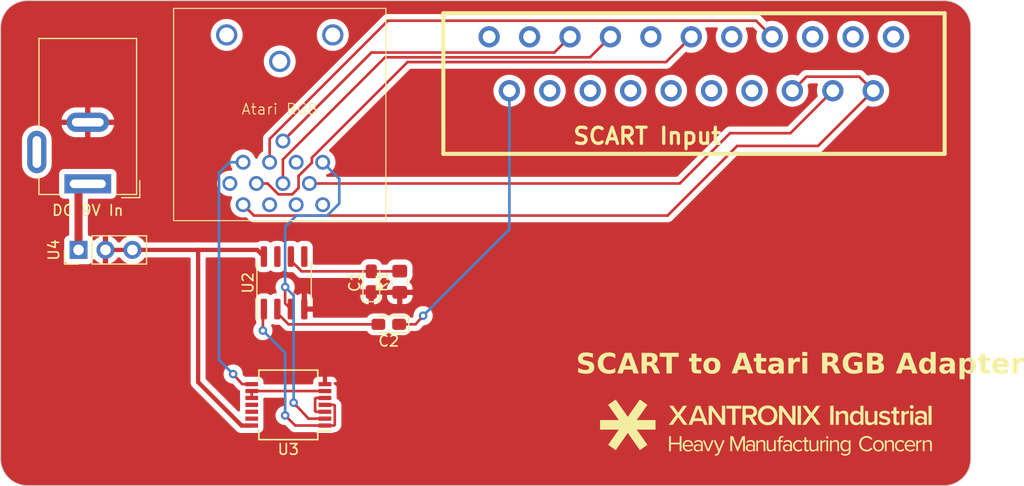
<source format=kicad_pcb>
(kicad_pcb (version 20221018) (generator pcbnew)

  (general
    (thickness 1.6)
  )

  (paper "A4")
  (layers
    (0 "F.Cu" signal)
    (31 "B.Cu" signal)
    (32 "B.Adhes" user "B.Adhesive")
    (33 "F.Adhes" user "F.Adhesive")
    (34 "B.Paste" user)
    (35 "F.Paste" user)
    (36 "B.SilkS" user "B.Silkscreen")
    (37 "F.SilkS" user "F.Silkscreen")
    (38 "B.Mask" user)
    (39 "F.Mask" user)
    (40 "Dwgs.User" user "User.Drawings")
    (41 "Cmts.User" user "User.Comments")
    (42 "Eco1.User" user "User.Eco1")
    (43 "Eco2.User" user "User.Eco2")
    (44 "Edge.Cuts" user)
    (45 "Margin" user)
    (46 "B.CrtYd" user "B.Courtyard")
    (47 "F.CrtYd" user "F.Courtyard")
    (48 "B.Fab" user)
    (49 "F.Fab" user)
    (50 "User.1" user)
    (51 "User.2" user)
    (52 "User.3" user)
    (53 "User.4" user)
    (54 "User.5" user)
    (55 "User.6" user)
    (56 "User.7" user)
    (57 "User.8" user)
    (58 "User.9" user)
  )

  (setup
    (pad_to_mask_clearance 0)
    (pcbplotparams
      (layerselection 0x00010fc_ffffffff)
      (plot_on_all_layers_selection 0x0000000_00000000)
      (disableapertmacros false)
      (usegerberextensions false)
      (usegerberattributes true)
      (usegerberadvancedattributes true)
      (creategerberjobfile true)
      (dashed_line_dash_ratio 12.000000)
      (dashed_line_gap_ratio 3.000000)
      (svgprecision 4)
      (plotframeref false)
      (viasonmask false)
      (mode 1)
      (useauxorigin false)
      (hpglpennumber 1)
      (hpglpenspeed 20)
      (hpglpendiameter 15.000000)
      (dxfpolygonmode true)
      (dxfimperialunits true)
      (dxfusepcbnewfont true)
      (psnegative false)
      (psa4output false)
      (plotreference true)
      (plotvalue true)
      (plotinvisibletext false)
      (sketchpadsonfab false)
      (subtractmaskfromsilk false)
      (outputformat 1)
      (mirror false)
      (drillshape 1)
      (scaleselection 1)
      (outputdirectory "")
    )
  )

  (net 0 "")
  (net 1 "GND")
  (net 2 "Net-(U2-INT)")
  (net 3 "CVBS")
  (net 4 "Net-(U2-VIDEO)")
  (net 5 "unconnected-(J1-P1-Pad1)")
  (net 6 "AUDIO_L")
  (net 7 "unconnected-(J1-P3-Pad3)")
  (net 8 "AUDIO_GND")
  (net 9 "GND_B")
  (net 10 "VIDEO_B")
  (net 11 "unconnected-(J1-P8-Pad8)")
  (net 12 "GND_G")
  (net 13 "unconnected-(J1-P10-Pad10)")
  (net 14 "VIDEO_G")
  (net 15 "unconnected-(J1-P12-Pad12)")
  (net 16 "GND_R")
  (net 17 "unconnected-(J1-P14-Pad14)")
  (net 18 "VIDEO_R")
  (net 19 "unconnected-(J1-P16-Pad16)")
  (net 20 "CVBS_GND")
  (net 21 "unconnected-(J1-P18-Pad18)")
  (net 22 "unconnected-(J1-P19-Pad19)")
  (net 23 "unconnected-(J1-P21-Pad21)")
  (net 24 "+9V")
  (net 25 "unconnected-(U1-Pad2)")
  (net 26 "unconnected-(U1-Pad3)")
  (net 27 "unconnected-(U1-Pad4)")
  (net 28 "unconnected-(U1-Pad5)")
  (net 29 "HSYNC")
  (net 30 "unconnected-(U1-Pad11)")
  (net 31 "VSYNC")
  (net 32 "Net-(U2-CSYNC)")
  (net 33 "unconnected-(U2-BURST-Pad5)")
  (net 34 "+5V")
  (net 35 "Net-(U3-Pad3)")
  (net 36 "Net-(U3-Pad10)")
  (net 37 "unconnected-(U2-O{slash}E-Pad7)")

  (footprint "Package_SO:SSOP-14_5.3x6.2mm_P0.65mm" (layer "F.Cu") (at 146.5 101.6 180))

  (footprint "Capacitor_Tantalum_SMD:CP_EIA-2012-15_AVX-P_Pad1.30x1.05mm_HandSolder" (layer "F.Cu") (at 155.961476 94.012608 180))

  (footprint "Connector_PinHeader_2.54mm:PinHeader_1x03_P2.54mm_Vertical" (layer "F.Cu") (at 126.73 87 90))

  (footprint "Capacitor_Tantalum_SMD:CP_EIA-2012-15_AVX-P_Pad1.30x1.05mm_HandSolder" (layer "F.Cu") (at 154.318095 89.992608 90))

  (footprint "Resistor_SMD:R_0805_2012Metric_Pad1.20x1.40mm_HandSolder" (layer "F.Cu") (at 157 90 90))

  (footprint "Connector_BarrelJack:BarrelJack_Wuerth_6941xx301002" (layer "F.Cu") (at 127.6 80.77434 180))

  (footprint "sc1224-scart:SCART" (layer "F.Cu") (at 184.475 74.19964))

  (footprint "Package_SO:SOIC-8_3.9x4.9mm_P1.27mm" (layer "F.Cu") (at 146.1 90.1 90))

  (footprint "sc1224-scart:DIN-13" (layer "F.Cu") (at 145.69 64.24))

  (gr_poly
    (pts
      (xy 188.838051 105.630732)
      (xy 189.278319 104.555466)
      (xy 189.530202 104.555466)
      (xy 189.530202 105.967282)
      (xy 189.354517 105.967282)
      (xy 189.354517 104.792532)
      (xy 188.874035 105.967282)
      (xy 188.802068 105.967282)
      (xy 188.323702 104.792532)
      (xy 188.323702 105.967282)
      (xy 188.148018 105.967282)
      (xy 188.148018 104.555466)
      (xy 188.399901 104.555466)
    )

    (stroke (width 0) (type solid)) (fill solid) (layer "F.SilkS") (tstamp 0378f3d8-89a1-4f7f-bf26-27f03658d852))
  (gr_poly
    (pts
      (xy 204.983237 102.43192)
      (xy 204.973876 102.430022)
      (xy 204.964009 102.428378)
      (xy 204.953636 102.426986)
      (xy 204.942756 102.425848)
      (xy 204.931371 102.424962)
      (xy 204.91948 102.42433)
      (xy 204.907082 102.42395)
      (xy 204.894178 102.423824)
      (xy 204.882931 102.424059)
      (xy 204.871474 102.424755)
      (xy 204.848031 102.427482)
      (xy 204.824059 102.4319)
      (xy 204.799766 102.437908)
      (xy 204.775362 102.445402)
      (xy 204.751057 102.454279)
      (xy 204.72706 102.464438)
      (xy 204.703581 102.475775)
      (xy 204.680829 102.488186)
      (xy 204.659014 102.501571)
      (xy 204.638346 102.515825)
      (xy 204.619034 102.530846)
      (xy 204.601287 102.546531)
      (xy 204.585315 102.562778)
      (xy 204.57806 102.571079)
      (xy 204.571327 102.579483)
      (xy 204.565143 102.587975)
      (xy 204.559534 102.596544)
      (xy 204.559534 103.484433)
      (xy 204.276163 103.484433)
      (xy 204.276163 102.180936)
      (xy 204.559531 102.180936)
      (xy 204.559531 102.372547)
      (xy 204.578432 102.349604)
      (xy 204.598658 102.327396)
      (xy 204.620141 102.306026)
      (xy 204.642813 102.285597)
      (xy 204.666609 102.266212)
      (xy 204.69146 102.247973)
      (xy 204.717299 102.230983)
      (xy 204.744059 102.215345)
      (xy 204.771673 102.201162)
      (xy 204.800074 102.188537)
      (xy 204.829195 102.177572)
      (xy 204.858967 102.16837)
      (xy 204.889325 102.161034)
      (xy 204.920201 102.155667)
      (xy 204.951527 102.152371)
      (xy 204.983237 102.15125)
    )

    (stroke (width 0) (type solid)) (fill solid) (layer "F.SilkS") (tstamp 11791065-51e6-4f12-a9c4-81a16e9f7aa6))
  (gr_poly
    (pts
      (xy 183.44574 102.558761)
      (xy 184.11773 103.484433)
      (xy 183.739905 103.484433)
      (xy 183.235239 102.780059)
      (xy 182.730572 103.484433)
      (xy 182.352748 103.484433)
      (xy 183.027435 102.56146)
      (xy 182.393229 101.684366)
      (xy 182.771054 101.684366)
      (xy 183.235239 102.34556)
      (xy 183.696725 101.684366)
      (xy 184.077248 101.684366)
    )

    (stroke (width 0) (type solid)) (fill solid) (layer "F.SilkS") (tstamp 15ba6a5c-77a2-4ee2-88e4-da2a25269948))
  (gr_poly
    (pts
      (xy 191.160828 104.920799)
      (xy 191.179375 104.922384)
      (xy 191.197322 104.924605)
      (xy 191.214666 104.927463)
      (xy 191.231404 104.93096)
      (xy 191.247536 104.935096)
      (xy 191.263059 104.939872)
      (xy 191.277971 104.945291)
      (xy 191.29227 104.951352)
      (xy 191.305954 104.958058)
      (xy 191.319022 104.965409)
      (xy 191.331472 104.973406)
      (xy 191.3433 104.982051)
      (xy 191.354507 104.991345)
      (xy 191.365089 105.001289)
      (xy 191.375045 105.011883)
      (xy 191.384372 105.023131)
      (xy 191.393069 105.035031)
      (xy 191.401134 105.047587)
      (xy 191.408565 105.060798)
      (xy 191.41536 105.074665)
      (xy 191.421518 105.089192)
      (xy 191.427035 105.104377)
      (xy 191.43191 105.120223)
      (xy 191.436142 105.13673)
      (xy 191.439728 105.1539)
      (xy 191.442666 105.171734)
      (xy 191.444955 105.190233)
      (xy 191.446592 105.209398)
      (xy 191.447576 105.229231)
      (xy 191.447904 105.249732)
      (xy 191.447904 105.967282)
      (xy 191.289153 105.967282)
      (xy 191.289153 105.298416)
      (xy 191.288888 105.281907)
      (xy 191.288097 105.266104)
      (xy 191.28679 105.250997)
      (xy 191.284973 105.236574)
      (xy 191.282656 105.222821)
      (xy 191.279847 105.209728)
      (xy 191.276552 105.197283)
      (xy 191.272782 105.185472)
      (xy 191.268543 105.174285)
      (xy 191.263845 105.163708)
      (xy 191.258694 105.153731)
      (xy 191.2531 105.144342)
      (xy 191.24707 105.135527)
      (xy 191.240612 105.127275)
      (xy 191.233735 105.119575)
      (xy 191.226447 105.112414)
      (xy 191.218756 105.10578)
      (xy 191.21067 105.09966)
      (xy 191.202197 105.094044)
      (xy 191.193345 105.08892)
      (xy 191.184123 105.084274)
      (xy 191.174539 105.080095)
      (xy 191.1646 105.076371)
      (xy 191.154315 105.07309)
      (xy 191.143693 105.07024)
      (xy 191.13274 105.067809)
      (xy 191.109878 105.064156)
      (xy 191.085794 105.062035)
      (xy 191.060553 105.061349)
      (xy 191.048866 105.06157)
      (xy 191.037225 105.062225)
      (xy 191.025641 105.063301)
      (xy 191.014123 105.064784)
      (xy 191.002681 105.066664)
      (xy 190.991325 105.068925)
      (xy 190.980064 105.071557)
      (xy 190.968908 105.074545)
      (xy 190.94695 105.081542)
      (xy 190.925529 105.089812)
      (xy 190.904721 105.099255)
      (xy 190.884605 105.109768)
      (xy 190.865258 105.121248)
      (xy 190.846757 105.133593)
      (xy 190.82918 105.1467)
      (xy 190.812605 105.160469)
      (xy 190.797109 105.174795)
      (xy 190.782769 105.189577)
      (xy 190.769664 105.204712)
      (xy 190.757869 105.220099)
      (xy 190.757869 105.967282)
      (xy 190.59912 105.967282)
      (xy 190.59912 104.944932)
      (xy 190.757869 104.944932)
      (xy 190.757869 105.093099)
      (xy 190.772144 105.077197)
      (xy 190.787925 105.061333)
      (xy 190.805132 105.045641)
      (xy 190.823685 105.03026)
      (xy 190.843503 105.015326)
      (xy 190.864505 105.000974)
      (xy 190.886612 104.987342)
      (xy 190.909741 104.974566)
      (xy 190.933813 104.962781)
      (xy 190.958747 104.952126)
      (xy 190.984462 104.942735)
      (xy 191.010878 104.934746)
      (xy 191.037914 104.928295)
      (xy 191.065489 104.923518)
      (xy 191.093524 104.920551)
      (xy 191.121936 104.919532)
    )

    (stroke (width 0) (type solid)) (fill solid) (layer "F.SilkS") (tstamp 1c45b8db-8572-427c-84dd-c1b3ae256d39))
  (gr_poly
    (pts
      (xy 201.033722 104.532534)
      (xy 201.057012 104.533577)
      (xy 201.079826 104.535296)
      (xy 201.102168 104.537677)
      (xy 201.124042 104.540705)
      (xy 201.145452 104.544364)
      (xy 201.166401 104.548639)
      (xy 201.186893 104.553515)
      (xy 201.206933 104.558977)
      (xy 201.226524 104.56501)
      (xy 201.24567 104.571599)
      (xy 201.264375 104.578729)
      (xy 201.282643 104.586384)
      (xy 201.300477 104.59455)
      (xy 201.317882 104.603211)
      (xy 201.334862 104.612352)
      (xy 201.35142 104.621958)
      (xy 201.36756 104.632014)
      (xy 201.383286 104.642505)
      (xy 201.398601 104.653416)
      (xy 201.428019 104.676436)
      (xy 201.455842 104.700954)
      (xy 201.482103 104.726848)
      (xy 201.506832 104.753999)
      (xy 201.530061 104.782284)
      (xy 201.551819 104.811583)
      (xy 201.403653 104.894133)
      (xy 201.387814 104.872293)
      (xy 201.370502 104.851278)
      (xy 201.351783 104.831169)
      (xy 201.33172 104.812046)
      (xy 201.310381 104.793989)
      (xy 201.287828 104.777079)
      (xy 201.264129 104.761398)
      (xy 201.239348 104.747024)
      (xy 201.213549 104.73404)
      (xy 201.186799 104.722526)
      (xy 201.159161 104.712561)
      (xy 201.130702 104.704228)
      (xy 201.101487 104.697606)
      (xy 201.07158 104.692776)
      (xy 201.041047 104.68982)
      (xy 201.009952 104.688816)
      (xy 200.981779 104.689506)
      (xy 200.954034 104.691561)
      (xy 200.926746 104.694953)
      (xy 200.899948 104.69966)
      (xy 200.873669 104.705654)
      (xy 200.847939 104.712912)
      (xy 200.822791 104.721408)
      (xy 200.798253 104.731116)
      (xy 200.774357 104.742012)
      (xy 200.751134 104.75407)
      (xy 200.728614 104.767266)
      (xy 200.706828 104.781573)
      (xy 200.685805 104.796967)
      (xy 200.665578 104.813423)
      (xy 200.646176 104.830915)
      (xy 200.627631 104.849418)
      (xy 200.609972 104.868907)
      (xy 200.59323 104.889357)
      (xy 200.577437 104.910743)
      (xy 200.562622 104.933039)
      (xy 200.548816 104.95622)
      (xy 200.536051 104.980261)
      (xy 200.524355 105.005137)
      (xy 200.513761 105.030823)
      (xy 200.504299 105.057293)
      (xy 200.495998 105.084522)
      (xy 200.488891 105.112486)
      (xy 200.483008 105.141158)
      (xy 200.478378 105.170514)
      (xy 200.475033 105.200529)
      (xy 200.473004 105.231176)
      (xy 200.472321 105.262432)
      (xy 200.473004 105.293502)
      (xy 200.475033 105.323987)
      (xy 200.478378 105.353862)
      (xy 200.483008 105.383099)
      (xy 200.488891 105.411673)
      (xy 200.495998 105.439556)
      (xy 200.504299 105.466724)
      (xy 200.513761 105.493149)
      (xy 200.524355 105.518805)
      (xy 200.536051 105.543666)
      (xy 200.548816 105.567705)
      (xy 200.562622 105.590896)
      (xy 200.577437 105.613213)
      (xy 200.59323 105.634629)
      (xy 200.609972 105.655118)
      (xy 200.627631 105.674653)
      (xy 200.646176 105.693209)
      (xy 200.665578 105.710759)
      (xy 200.685805 105.727276)
      (xy 200.706828 105.742734)
      (xy 200.728614 105.757107)
      (xy 200.751134 105.770368)
      (xy 200.774357 105.782492)
      (xy 200.798253 105.793451)
      (xy 200.822791 105.80322)
      (xy 200.847939 105.811772)
      (xy 200.873669 105.81908)
      (xy 200.899948 105.825119)
      (xy 200.926746 105.829861)
      (xy 200.954034 105.833281)
      (xy 200.981779 105.835353)
      (xy 201.009952 105.836049)
      (xy 201.025566 105.835803)
      (xy 201.041047 105.835069)
      (xy 201.056388 105.833857)
      (xy 201.07158 105.832175)
      (xy 201.086616 105.830034)
      (xy 201.101487 105.82744)
      (xy 201.116185 105.824404)
      (xy 201.130702 105.820935)
      (xy 201.14503 105.81704)
      (xy 201.159161 105.81273)
      (xy 201.186799 105.802898)
      (xy 201.213549 105.791509)
      (xy 201.239348 105.778635)
      (xy 201.264129 105.764347)
      (xy 201.287828 105.748716)
      (xy 201.310381 105.731814)
      (xy 201.33172 105.713712)
      (xy 201.351783 105.694482)
      (xy 201.370502 105.674194)
      (xy 201.387814 105.652921)
      (xy 201.403653 105.630733)
      (xy 201.553937 105.713282)
      (xy 201.531108 105.74293)
      (xy 201.507036 105.771474)
      (xy 201.481667 105.798803)
      (xy 201.45495 105.824804)
      (xy 201.426831 105.849367)
      (xy 201.397258 105.87238)
      (xy 201.366179 105.89373)
      (xy 201.333539 105.913307)
      (xy 201.299288 105.930999)
      (xy 201.263371 105.946694)
      (xy 201.225736 105.960281)
      (xy 201.186331 105.971648)
      (xy 201.145103 105.980683)
      (xy 201.101999 105.987275)
      (xy 201.056966 105.991312)
      (xy 201.009952 105.992682)
      (xy 201.009952 105.992683)
      (xy 200.972691 105.99182)
      (xy 200.935944 105.989249)
      (xy 200.899756 105.985)
      (xy 200.864171 105.979102)
      (xy 200.829233 105.971584)
      (xy 200.794984 105.962475)
      (xy 200.76147 105.951805)
      (xy 200.728734 105.939601)
      (xy 200.696819 105.925893)
      (xy 200.66577 105.910711)
      (xy 200.63563 105.894083)
      (xy 200.606443 105.876039)
      (xy 200.578253 105.856607)
      (xy 200.551103 105.835817)
      (xy 200.525038 105.813697)
      (xy 200.500101 105.790277)
      (xy 200.476336 105.765585)
      (xy 200.453787 105.739652)
      (xy 200.432498 105.712505)
      (xy 200.412512 105.684175)
      (xy 200.393873 105.654689)
      (xy 200.376625 105.624078)
      (xy 200.360812 105.592369)
      (xy 200.346478 105.559593)
      (xy 200.333665 105.525778)
      (xy 200.32242 105.490954)
      (xy 200.312784 105.455149)
      (xy 200.304802 105.418393)
      (xy 200.298517 105.380714)
      (xy 200.293974 105.342141)
      (xy 200.291216 105.302705)
      (xy 200.290287 105.262433)
      (xy 200.291216 105.222161)
      (xy 200.293974 105.182725)
      (xy 200.298517 105.144152)
      (xy 200.304801 105.106473)
      (xy 200.312784 105.069717)
      (xy 200.322419 105.033912)
      (xy 200.333665 104.999088)
      (xy 200.346477 104.965273)
      (xy 200.360811 104.932497)
      (xy 200.376624 104.900788)
      (xy 200.393872 104.870177)
      (xy 200.412511 104.840691)
      (xy 200.432497 104.812361)
      (xy 200.453786 104.785214)
      (xy 200.476335 104.75928)
      (xy 200.5001 104.734589)
      (xy 200.525037 104.711169)
      (xy 200.551102 104.689049)
      (xy 200.578251 104.668259)
      (xy 200.606442 104.648827)
      (xy 200.635628 104.630782)
      (xy 200.665769 104.614155)
      (xy 200.696818 104.598972)
      (xy 200.728733 104.585265)
      (xy 200.761469 104.573061)
      (xy 200.794983 104.56239)
      (xy 200.829232 104.553281)
      (xy 200.86417 104.545764)
      (xy 200.899756 104.539866)
      (xy 200.935944 104.535617)
      (xy 200.97269 104.533046)
      (xy 201.009952 104.532183)
    )

    (stroke (width 0) (type solid)) (fill solid) (layer "F.SilkS") (tstamp 210fe200-419b-445a-ab85-b69345f8354b))
  (gr_poly
    (pts
      (xy 205.390168 103.484433)
      (xy 205.1068 103.484433)
      (xy 205.1068 102.180936)
      (xy 205.390168 102.180936)
    )

    (stroke (width 0) (type solid)) (fill solid) (layer "F.SilkS") (tstamp 2f88cdb6-5dfe-428e-aed2-ff3165081391))
  (gr_poly
    (pts
      (xy 207.116678 103.484433)
      (xy 206.83331 103.484433)
      (xy 206.83331 101.684366)
      (xy 207.116678 101.684366)
    )

    (stroke (width 0) (type solid)) (fill solid) (layer "F.SilkS") (tstamp 31135c56-27c4-44ce-97c8-a23bd17d4a66))
  (gr_poly
    (pts
      (xy 197.285912 104.559834)
      (xy 197.291367 104.560236)
      (xy 197.296747 104.560899)
      (xy 197.302043 104.561815)
      (xy 197.307249 104.56298)
      (xy 197.312358 104.564387)
      (xy 197.317364 104.566029)
      (xy 197.322259 104.567901)
      (xy 197.327035 104.569996)
      (xy 197.331687 104.572308)
      (xy 197.336208 104.574831)
      (xy 197.340589 104.577558)
      (xy 197.344825 104.580484)
      (xy 197.348908 104.583602)
      (xy 197.352831 104.586906)
      (xy 197.356588 104.59039)
      (xy 197.360171 104.594048)
      (xy 197.363574 104.597873)
      (xy 197.366789 104.60186)
      (xy 197.369809 104.606001)
      (xy 197.372628 104.610291)
      (xy 197.375238 104.614724)
      (xy 197.377633 104.619293)
      (xy 197.379805 104.623993)
      (xy 197.381748 104.628816)
      (xy 197.383455 104.633757)
      (xy 197.384918 104.63881)
      (xy 197.386131 104.643969)
      (xy 197.387086 104.649226)
      (xy 197.387777 104.654577)
      (xy 197.388197 104.660014)
      (xy 197.388338 104.665532)
      (xy 197.388197 104.671056)
      (xy 197.387777 104.676511)
      (xy 197.387086 104.681891)
      (xy 197.386131 104.687187)
      (xy 197.384918 104.692393)
      (xy 197.383455 104.697502)
      (xy 197.381748 104.702508)
      (xy 197.379805 104.707403)
      (xy 197.377633 104.712179)
      (xy 197.375238 104.716831)
      (xy 197.372628 104.721352)
      (xy 197.369809 104.725733)
      (xy 197.366789 104.729969)
      (xy 197.363574 104.734052)
      (xy 197.360171 104.737976)
      (xy 197.356588 104.741732)
      (xy 197.352831 104.745315)
      (xy 197.348908 104.748718)
      (xy 197.344825 104.751933)
      (xy 197.340589 104.754953)
      (xy 197.336208 104.757772)
      (xy 197.331687 104.760382)
      (xy 197.327035 104.762777)
      (xy 197.322259 104.76495)
      (xy 197.317364 104.766892)
      (xy 197.312358 104.768599)
      (xy 197.307249 104.770062)
      (xy 197.302043 104.771275)
      (xy 197.296747 104.77223)
      (xy 197.291367 104.772921)
      (xy 197.285912 104.773341)
      (xy 197.280388 104.773482)
      (xy 197.275057 104.773341)
      (xy 197.269782 104.772921)
      (xy 197.264571 104.77223)
      (xy 197.259432 104.771275)
      (xy 197.254373 104.770062)
      (xy 197.249399 104.768599)
      (xy 197.24452 104.766892)
      (xy 197.239742 104.76495)
      (xy 197.235072 104.762777)
      (xy 197.230518 104.760382)
      (xy 197.226087 104.757772)
      (xy 197.221787 104.754953)
      (xy 197.217625 104.751933)
      (xy 197.213608 104.748718)
      (xy 197.209744 104.745315)
      (xy 197.20604 104.741732)
      (xy 197.202504 104.737976)
      (xy 197.199142 104.734052)
      (xy 197.195962 104.729969)
      (xy 197.192972 104.725733)
      (xy 197.190179 104.721352)
      (xy 197.18759 104.716831)
      (xy 197.185213 104.712179)
      (xy 197.183055 104.707403)
      (xy 197.181123 104.702508)
      (xy 197.179424 104.697502)
      (xy 197.177967 104.692393)
      (xy 197.176758 104.687187)
      (xy 197.175805 104.681891)
      (xy 197.175116 104.676511)
      (xy 197.174696 104.671056)
      (xy 197.174555 104.665532)
      (xy 197.174696 104.660014)
      (xy 197.175116 104.654577)
      (xy 197.175805 104.649226)
      (xy 197.176758 104.643969)
      (xy 197.177967 104.63881)
      (xy 197.179424 104.633757)
      (xy 197.181123 104.628816)
      (xy 197.183055 104.623993)
      (xy 197.185213 104.619293)
      (xy 197.18759 104.614724)
      (xy 197.190179 104.610291)
      (xy 197.192972 104.606001)
      (xy 197.195962 104.60186)
      (xy 197.199142 104.597873)
      (xy 197.202504 104.594048)
      (xy 197.20604 104.59039)
      (xy 197.209744 104.586906)
      (xy 197.213608 104.583602)
      (xy 197.217625 104.580484)
      (xy 197.221787 104.577558)
      (xy 197.226087 104.574831)
      (xy 197.230518 104.572308)
      (xy 197.235072 104.569996)
      (xy 197.239742 104.567901)
      (xy 197.24452 104.566029)
      (xy 197.249399 104.564387)
      (xy 197.254373 104.56298)
      (xy 197.259432 104.561815)
      (xy 197.264571 104.560899)
      (xy 197.269782 104.560236)
      (xy 197.275057 104.559834)
      (xy 197.280388 104.559699)
    )

    (stroke (width 0) (type solid)) (fill solid) (layer "F.SilkS") (tstamp 3275e35f-bc01-4c7a-b95d-b311fa6e00b2))
  (gr_poly
    (pts
      (xy 191.718215 101.655827)
      (xy 191.76737 101.659236)
      (xy 191.81551 101.664862)
      (xy 191.862597 101.672659)
      (xy 191.908588 101.682581)
      (xy 191.953444 101.694582)
      (xy 191.997123 101.708616)
      (xy 192.039586 101.724636)
      (xy 192.080792 101.742598)
      (xy 192.1207 101.762455)
      (xy 192.15927 101.784161)
      (xy 192.196461 101.80767)
      (xy 192.232233 101.832937)
      (xy 192.266546 101.859915)
      (xy 192.299358 101.888558)
      (xy 192.330629 101.91882)
      (xy 192.360319 101.950656)
      (xy 192.388387 101.984019)
      (xy 192.414793 102.018864)
      (xy 192.439496 102.055144)
      (xy 192.462456 102.092813)
      (xy 192.483631 102.131827)
      (xy 192.502983 102.172138)
      (xy 192.520469 102.213701)
      (xy 192.53605 102.256469)
      (xy 192.549685 102.300397)
      (xy 192.561333 102.345439)
      (xy 192.570955 102.391549)
      (xy 192.578509 102.438681)
      (xy 192.583954 102.486789)
      (xy 192.587251 102.535827)
      (xy 192.58836 102.585749)
      (xy 192.587251 102.63567)
      (xy 192.583954 102.684708)
      (xy 192.578509 102.732816)
      (xy 192.570955 102.779948)
      (xy 192.561333 102.826058)
      (xy 192.549685 102.8711)
      (xy 192.53605 102.915028)
      (xy 192.520469 102.957797)
      (xy 192.502983 102.999359)
      (xy 192.483632 103.03967)
      (xy 192.462456 103.078684)
      (xy 192.439497 103.116353)
      (xy 192.414794 103.152634)
      (xy 192.388388 103.187478)
      (xy 192.36032 103.220841)
      (xy 192.33063 103.252677)
      (xy 192.299358 103.28294)
      (xy 192.266546 103.311583)
      (xy 192.232234 103.33856)
      (xy 192.196462 103.363827)
      (xy 192.159271 103.387336)
      (xy 192.120701 103.409042)
      (xy 192.080792 103.428899)
      (xy 192.039587 103.446861)
      (xy 191.997124 103.462881)
      (xy 191.953444 103.476915)
      (xy 191.908588 103.488916)
      (xy 191.862597 103.498838)
      (xy 191.815511 103.506635)
      (xy 191.76737 103.512261)
      (xy 191.718215 103.515671)
      (xy 191.668087 103.516817)
      (xy 191.617958 103.515671)
      (xy 191.568804 103.512261)
      (xy 191.520663 103.506635)
      (xy 191.473577 103.498838)
      (xy 191.427585 103.488916)
      (xy 191.38273 103.476915)
      (xy 191.33905 103.462881)
      (xy 191.296587 103.446861)
      (xy 191.255382 103.428899)
      (xy 191.215473 103.409042)
      (xy 191.176903 103.387336)
      (xy 191.139712 103.363827)
      (xy 191.10394 103.33856)
      (xy 191.069628 103.311583)
      (xy 191.036816 103.28294)
      (xy 191.005544 103.252677)
      (xy 190.975854 103.220841)
      (xy 190.947786 103.187478)
      (xy 190.92138 103.152634)
      (xy 190.896677 103.116353)
      (xy 190.873718 103.078684)
      (xy 190.852542 103.03967)
      (xy 190.833191 102.999359)
      (xy 190.815704 102.957797)
      (xy 190.800123 102.915028)
      (xy 190.786488 102.8711)
      (xy 190.77484 102.826058)
      (xy 190.765219 102.779948)
      (xy 190.757665 102.732816)
      (xy 190.752219 102.684708)
      (xy 190.748922 102.63567)
      (xy 190.747814 102.585749)
      (xy 191.071663 102.585749)
      (xy 191.07234 102.620144)
      (xy 191.074359 102.653982)
      (xy 191.077701 102.687229)
      (xy 191.082348 102.719848)
      (xy 191.088281 102.751805)
      (xy 191.095484 102.783065)
      (xy 191.103936 102.813593)
      (xy 191.11362 102.843353)
      (xy 191.124518 102.87231)
      (xy 191.136612 102.90043)
      (xy 191.149882 102.927678)
      (xy 191.164312 102.954017)
      (xy 191.179881 102.979414)
      (xy 191.196573 103.003833)
      (xy 191.214369 103.027238)
      (xy 191.233251 103.049596)
      (xy 191.2532 103.070871)
      (xy 191.274198 103.091027)
      (xy 191.296227 103.11003)
      (xy 191.319268 103.127844)
      (xy 191.343304 103.144435)
      (xy 191.368315 103.159767)
      (xy 191.394285 103.173806)
      (xy 191.421193 103.186516)
      (xy 191.449023 103.197861)
      (xy 191.477756 103.207808)
      (xy 191.507373 103.216321)
      (xy 191.537856 103.223365)
      (xy 191.569188 103.228905)
      (xy 191.601349 103.232905)
      (xy 191.634321 103.235331)
      (xy 191.668087 103.236147)
      (xy 191.701615 103.235331)
      (xy 191.73438 103.232905)
      (xy 191.766362 103.228905)
      (xy 191.797542 103.223365)
      (xy 191.8279 103.216321)
      (xy 191.857415 103.207808)
      (xy 191.886069 103.197861)
      (xy 191.913841 103.186516)
      (xy 191.940712 103.173806)
      (xy 191.966662 103.159767)
      (xy 191.991671 103.144435)
      (xy 192.015719 103.127844)
      (xy 192.038787 103.11003)
      (xy 192.060854 103.091027)
      (xy 192.081902 103.070871)
      (xy 192.10191 103.049596)
      (xy 192.120859 103.027238)
      (xy 192.138728 103.003833)
      (xy 192.155499 102.979414)
      (xy 192.17115 102.954017)
      (xy 192.185663 102.927678)
      (xy 192.199018 102.90043)
      (xy 192.211195 102.87231)
      (xy 192.222173 102.843353)
      (xy 192.231935 102.813593)
      (xy 192.240458 102.783065)
      (xy 192.247725 102.751805)
      (xy 192.253715 102.719848)
      (xy 192.258408 102.687229)
      (xy 192.261785 102.653982)
      (xy 192.263825 102.620144)
      (xy 192.26451 102.585749)
      (xy 192.263825 102.551116)
      (xy 192.261785 102.51707)
      (xy 192.258408 102.483645)
      (xy 192.253715 102.450874)
      (xy 192.247725 102.418791)
      (xy 192.240459 102.38743)
      (xy 192.231935 102.356824)
      (xy 192.222174 102.327006)
      (xy 192.211195 102.29801)
      (xy 192.199018 102.269871)
      (xy 192.185663 102.242621)
      (xy 192.17115 102.216294)
      (xy 192.155499 102.190924)
      (xy 192.138729 102.166544)
      (xy 192.120859 102.143187)
      (xy 192.101911 102.120889)
      (xy 192.081903 102.099681)
      (xy 192.060855 102.079598)
      (xy 192.038787 102.060674)
      (xy 192.01572 102.042941)
      (xy 191.991671 102.026434)
      (xy 191.966663 102.011186)
      (xy 191.940713 101.997231)
      (xy 191.913842 101.984602)
      (xy 191.88607 101.973333)
      (xy 191.857416 101.963457)
      (xy 191.8279 101.955009)
      (xy 191.797543 101.948021)
      (xy 191.766363 101.942528)
      (xy 191.73438 101.938562)
      (xy 191.701615 101.936159)
      (xy 191.668087 101.93535)
      (xy 191.634321 101.936159)
      (xy 191.601349 101.938562)
      (xy 191.569188 101.942528)
      (xy 191.537856 101.948021)
      (xy 191.507373 101.955009)
      (xy 191.477756 101.963457)
      (xy 191.449023 101.973333)
      (xy 191.421193 101.984602)
      (xy 191.394285 101.997231)
      (xy 191.368315 102.011186)
      (xy 191.343304 102.026434)
      (xy 191.319268 102.042941)
      (xy 191.296227 102.060674)
      (xy 191.274198 102.079598)
      (xy 191.2532 102.099681)
      (xy 191.233251 102.120889)
      (xy 191.214369 102.143187)
      (xy 191.196573 102.166544)
      (xy 191.179881 102.190924)
      (xy 191.164312 102.216294)
      (xy 191.149882 102.242621)
      (xy 191.136612 102.269871)
      (xy 191.124518 102.29801)
      (xy 191.11362 102.327006)
      (xy 191.103936 102.356824)
      (xy 191.095484 102.38743)
      (xy 191.088281 102.418791)
      (xy 191.082348 102.450874)
      (xy 191.077701 102.483645)
      (xy 191.074359 102.51707)
      (xy 191.07234 102.551116)
      (xy 191.071663 102.585749)
      (xy 190.747814 102.585749)
      (xy 190.748922 102.535827)
      (xy 190.752219 102.486789)
      (xy 190.757665 102.438681)
      (xy 190.765219 102.391549)
      (xy 190.77484 102.345439)
      (xy 190.786488 102.300397)
      (xy 190.800123 102.256469)
      (xy 190.815704 102.213701)
      (xy 190.83319 102.172138)
      (xy 190.852542 102.131827)
      (xy 190.873717 102.092814)
      (xy 190.896677 102.055144)
      (xy 190.92138 102.018864)
      (xy 190.947786 101.984019)
      (xy 190.975854 101.950656)
      (xy 191.005544 101.91882)
      (xy 191.036815 101.888558)
      (xy 191.069627 101.859915)
      (xy 191.103939 101.832937)
      (xy 191.139711 101.807671)
      (xy 191.176903 101.784161)
      (xy 191.215473 101.762455)
      (xy 191.255381 101.742598)
      (xy 191.296587 101.724637)
      (xy 191.33905 101.708616)
      (xy 191.382729 101.694582)
      (xy 191.427585 101.682581)
      (xy 191.473576 101.672659)
      (xy 191.520663 101.664862)
      (xy 191.568803 101.659236)
      (xy 191.617958 101.655827)
      (xy 191.668087 101.65468)
    )

    (stroke (width 0) (type solid)) (fill solid) (layer "F.SilkS") (tstamp 35689f5c-b678-4dfc-a1d4-0516da779944))
  (gr_poly
    (pts
      (xy 186.153063 105.967282)
      (xy 185.979496 105.967282)
      (xy 185.554046 104.944932)
      (xy 185.725496 104.944932)
      (xy 186.066279 105.783132)
      (xy 186.404946 104.944932)
      (xy 186.578512 104.944932)
    )

    (stroke (width 0) (type solid)) (fill solid) (layer "F.SilkS") (tstamp 36526ae1-604f-4d4b-b000-7580059c5ad4))
  (gr_poly
    (pts
      (xy 181.093701 103.920995)
      (xy 175.881409 103.920995)
      (xy 175.881409 103.04787)
      (xy 181.093701 103.04787)
    )

    (stroke (width 0.026499) (type solid)) (fill solid) (layer "F.SilkS") (tstamp 3a45fb32-622a-4b89-86b0-a69635873843))
  (gr_poly
    (pts
      (xy 186.018758 103.484433)
      (xy 185.673317 103.484433)
      (xy 185.541079 103.138992)
      (xy 184.688274 103.138992)
      (xy 184.556036 103.484433)
      (xy 184.210596 103.484433)
      (xy 184.455474 102.861021)
      (xy 184.777333 102.861021)
      (xy 185.452021 102.861021)
      (xy 185.114677 101.951543)
      (xy 184.777333 102.861021)
      (xy 184.455474 102.861021)
      (xy 184.917669 101.684366)
      (xy 185.311686 101.684366)
    )

    (stroke (width 0) (type solid)) (fill solid) (layer "F.SilkS") (tstamp 3bc7adfd-8f62-4722-a9ed-b6758647da34))
  (gr_poly
    (pts
      (xy 204.19373 104.919753)
      (xy 204.210533 104.920412)
      (xy 204.226905 104.921499)
      (xy 204.242855 104.923004)
      (xy 204.258391 104.924919)
      (xy 204.273521 104.927233)
      (xy 204.288254 104.929939)
      (xy 204.302597 104.933025)
      (xy 204.316559 104.936484)
      (xy 204.330148 104.940305)
      (xy 204.343371 104.94448)
      (xy 204.356238 104.949)
      (xy 204.368755 104.953853)
      (xy 204.380932 104.959033)
      (xy 204.392777 104.964529)
      (xy 204.404297 104.970332)
      (xy 204.415501 104.976432)
      (xy 204.426397 104.982821)
      (xy 204.436992 104.989489)
      (xy 204.447296 104.996426)
      (xy 204.467061 105.011073)
      (xy 204.485756 105.026688)
      (xy 204.503447 105.043195)
      (xy 204.520198 105.060521)
      (xy 204.536074 105.078592)
      (xy 204.551142 105.097332)
      (xy 204.445307 105.194698)
      (xy 204.432384 105.177853)
      (xy 204.419015 105.162229)
      (xy 204.405199 105.147808)
      (xy 204.390936 105.134572)
      (xy 204.376227 105.122501)
      (xy 204.361071 105.111578)
      (xy 204.345469 105.101783)
      (xy 204.329421 105.093098)
      (xy 204.312925 105.085505)
      (xy 204.295984 105.078984)
      (xy 204.278596 105.073518)
      (xy 204.260761 105.069087)
      (xy 204.24248 105.065674)
      (xy 204.223752 105.063258)
      (xy 204.204579 105.061823)
      (xy 204.184958 105.061348)
      (xy 204.164763 105.061835)
      (xy 204.14506 105.063281)
      (xy 204.125861 105.065668)
      (xy 204.107175 105.068976)
      (xy 204.089011 105.073184)
      (xy 204.071379 105.078273)
      (xy 204.054289 105.084223)
      (xy 204.037751 105.091015)
      (xy 204.021773 105.098628)
      (xy 204.006367 105.107043)
      (xy 203.991541 105.11624)
      (xy 203.977306 105.1262)
      (xy 203.96367 105.136902)
      (xy 203.950645 105.148327)
      (xy 203.938238 105.160456)
      (xy 203.926461 105.173267)
      (xy 203.915322 105.186742)
      (xy 203.904832 105.200861)
      (xy 203.895 105.215603)
      (xy 203.885835 105.23095)
      (xy 203.877348 105.246882)
      (xy 203.869548 105.263378)
      (xy 203.862445 105.280419)
      (xy 203.856049 105.297985)
      (xy 203.850369 105.316057)
      (xy 203.845415 105.334614)
      (xy 203.841196 105.353637)
      (xy 203.837723 105.373106)
      (xy 203.835004 105.393002)
      (xy 203.833051 105.413304)
      (xy 203.831872 105.433992)
      (xy 203.831476 105.455048)
      (xy 203.831872 105.47611)
      (xy 203.833051 105.496817)
      (xy 203.835004 105.517148)
      (xy 203.837723 105.537082)
      (xy 203.841196 105.556599)
      (xy 203.845415 105.575678)
      (xy 203.850369 105.5943)
      (xy 203.856049 105.612443)
      (xy 203.862445 105.630086)
      (xy 203.869548 105.64721)
      (xy 203.877348 105.663794)
      (xy 203.885835 105.679816)
      (xy 203.895 105.695258)
      (xy 203.904832 105.710097)
      (xy 203.915322 105.724314)
      (xy 203.926461 105.737888)
      (xy 203.938238 105.750799)
      (xy 203.950645 105.763025)
      (xy 203.96367 105.774547)
      (xy 203.977306 105.785344)
      (xy 203.991541 105.795395)
      (xy 204.006367 105.804679)
      (xy 204.021773 105.813177)
      (xy 204.037751 105.820868)
      (xy 204.054289 105.827731)
      (xy 204.071379 105.833745)
      (xy 204.089011 105.838891)
      (xy 204.107175 105.843147)
      (xy 204.125861 105.846493)
      (xy 204.14506 105.848908)
      (xy 204.164763 105.850372)
      (xy 204.184958 105.850865)
      (xy 204.204579 105.850367)
      (xy 204.223752 105.848868)
      (xy 204.24248 105.846358)
      (xy 204.260761 105.842828)
      (xy 204.278595 105.838269)
      (xy 204.295983 105.832671)
      (xy 204.312924 105.826025)
      (xy 204.329419 105.818322)
      (xy 204.345468 105.809552)
      (xy 204.36107 105.799706)
      (xy 204.376226 105.788775)
      (xy 204.390935 105.776749)
      (xy 204.405198 105.76362)
      (xy 204.419014 105.749377)
      (xy 204.432384 105.734012)
      (xy 204.445307 105.717515)
      (xy 204.551142 105.814882)
      (xy 204.536074 105.833622)
      (xy 204.520197 105.851692)
      (xy 204.503446 105.869018)
      (xy 204.485755 105.885525)
      (xy 204.46706 105.90114)
      (xy 204.447295 105.915787)
      (xy 204.426395 105.929393)
      (xy 204.404296 105.941882)
      (xy 204.380931 105.95318)
      (xy 204.356237 105.963214)
      (xy 204.330147 105.971908)
      (xy 204.302597 105.979188)
      (xy 204.273521 105.98498)
      (xy 204.242855 105.989209)
      (xy 204.210533 105.991801)
      (xy 204.17649 105.992682)
      (xy 204.148209 105.992005)
      (xy 204.120531 105.989993)
      (xy 204.093475 105.986675)
      (xy 204.06706 105.982082)
      (xy 204.041305 105.976242)
      (xy 204.01623 105.969186)
      (xy 203.991854 105.960941)
      (xy 203.968196 105.951539)
      (xy 203.945277 105.941008)
      (xy 203.923115 105.929378)
      (xy 203.901729 105.916678)
      (xy 203.88114 105.902938)
      (xy 203.861366 105.888188)
      (xy 203.842427 105.872456)
      (xy 203.824342 105.855772)
      (xy 203.807131 105.838165)
      (xy 203.790813 105.819666)
      (xy 203.775407 105.800303)
      (xy 203.760933 105.780106)
      (xy 203.74741 105.759104)
      (xy 203.734857 105.737328)
      (xy 203.723295 105.714805)
      (xy 203.712741 105.691567)
      (xy 203.703216 105.667641)
      (xy 203.694739 105.643059)
      (xy 203.68733 105.617848)
      (xy 203.681007 105.592039)
      (xy 203.675791 105.565661)
      (xy 203.6717 105.538744)
      (xy 203.668753 105.511316)
      (xy 203.666971 105.483408)
      (xy 203.666373 105.455049)
      (xy 203.666373 105.455048)
      (xy 203.666971 105.426881)
      (xy 203.668753 105.399154)
      (xy 203.6717 105.371895)
      (xy 203.675791 105.345135)
      (xy 203.681007 105.318903)
      (xy 203.68733 105.29323)
      (xy 203.694739 105.268146)
      (xy 203.703216 105.243679)
      (xy 203.712741 105.219861)
      (xy 203.723295 105.19672)
      (xy 203.734857 105.174288)
      (xy 203.74741 105.152592)
      (xy 203.760933 105.131664)
      (xy 203.775407 105.111534)
      (xy 203.790813 105.09223)
      (xy 203.807131 105.073784)
      (xy 203.824342 105.056224)
      (xy 203.842427 105.039581)
      (xy 203.861366 105.023884)
      (xy 203.88114 105.009163)
      (xy 203.901729 104.995449)
      (xy 203.923115 104.982771)
      (xy 203.945277 104.971158)
      (xy 203.968196 104.960641)
      (xy 203.991854 104.95125)
      (xy 204.01623 104.943014)
      (xy 204.041305 104.935963)
      (xy 204.06706 104.930127)
      (xy 204.093475 104.925536)
      (xy 204.120531 104.92222)
      (xy 204.148209 104.920209)
      (xy 204.17649 104.919532)
    )

    (stroke (width 0) (type solid)) (fill solid) (layer "F.SilkS") (tstamp 3d32d237-5f48-4b68-98f2-ef70d63da2f0))
  (gr_poly
    (pts
      (xy 205.114195 104.920233)
      (xy 205.142039 104.922317)
      (xy 205.169119 104.92575)
      (xy 205.195424 104.9305)
      (xy 205.220945 104.936535)
      (xy 205.245672 104.943823)
      (xy 205.269593 104.952333)
      (xy 205.292701 104.962031)
      (xy 205.314983 104.972885)
      (xy 205.336431 104.984864)
      (xy 205.357033 104.997935)
      (xy 205.376781 105.012066)
      (xy 205.395663 105.027225)
      (xy 205.413671 105.043379)
      (xy 205.430793 105.060497)
      (xy 205.44702 105.078546)
      (xy 205.462342 105.097495)
      (xy 205.476748 105.11731)
      (xy 205.490228 105.137961)
      (xy 205.502773 105.159414)
      (xy 205.514372 105.181637)
      (xy 205.525016 105.204599)
      (xy 205.534693 105.228267)
      (xy 205.543395 105.252609)
      (xy 205.551111 105.277593)
      (xy 205.557831 105.303186)
      (xy 205.563544 105.329357)
      (xy 205.568241 105.356074)
      (xy 205.574547 105.411013)
      (xy 205.576667 105.467749)
      (xy 205.576667 105.507965)
      (xy 204.749048 105.507965)
      (xy 204.750598 105.525926)
      (xy 204.752859 105.543677)
      (xy 204.755826 105.561195)
      (xy 204.759492 105.578456)
      (xy 204.763848 105.595436)
      (xy 204.76889 105.612113)
      (xy 204.774608 105.628461)
      (xy 204.780998 105.644457)
      (xy 204.78805 105.660079)
      (xy 204.79576 105.675301)
      (xy 204.804119 105.690102)
      (xy 204.81312 105.704456)
      (xy 204.822757 105.71834)
      (xy 204.833023 105.731731)
      (xy 204.84391 105.744605)
      (xy 204.855412 105.756938)
      (xy 204.867522 105.768707)
      (xy 204.880233 105.779888)
      (xy 204.893537 105.790458)
      (xy 204.907428 105.800392)
      (xy 204.921899 105.809667)
      (xy 204.936942 105.81826)
      (xy 204.952552 105.826147)
      (xy 204.96872 105.833304)
      (xy 204.985441 105.839707)
      (xy 205.002706 105.845334)
      (xy 205.020509 105.850159)
      (xy 205.038843 105.85416)
      (xy 205.057701 105.857314)
      (xy 205.077076 105.859595)
      (xy 205.096961 105.860982)
      (xy 205.11735 105.861449)
      (xy 205.139193 105.860906)
      (xy 205.161026 105.859287)
      (xy 205.182792 105.856607)
      (xy 205.20443 105.852883)
      (xy 205.225882 105.848129)
      (xy 205.24709 105.842362)
      (xy 205.267993 105.835596)
      (xy 205.288534 105.827847)
      (xy 205.308653 105.81913)
      (xy 205.328292 105.809462)
      (xy 205.347391 105.798858)
      (xy 205.365892 105.787332)
      (xy 205.383736 105.774902)
      (xy 205.400863 105.761581)
      (xy 205.417215 105.747386)
      (xy 205.432734 105.732332)
      (xy 205.508933 105.836048)
      (xy 205.489463 105.854551)
      (xy 205.469159 105.871949)
      (xy 205.44803 105.888231)
      (xy 205.426085 105.903385)
      (xy 205.403335 105.917398)
      (xy 205.379787 105.930257)
      (xy 205.355452 105.94195)
      (xy 205.330339 105.952465)
      (xy 205.304457 105.96179)
      (xy 205.277815 105.969911)
      (xy 205.250423 105.976817)
      (xy 205.22229 105.982495)
      (xy 205.193425 105.986933)
      (xy 205.163838 105.990119)
      (xy 205.133537 105.992039)
      (xy 205.102533 105.992682)
      (xy 205.074409 105.992047)
      (xy 205.046805 105.990155)
      (xy 205.019745 105.987029)
      (xy 204.993256 105.98269)
      (xy 204.96736 105.977158)
      (xy 204.942082 105.970455)
      (xy 204.917447 105.962603)
      (xy 204.893479 105.953623)
      (xy 204.870202 105.943535)
      (xy 204.847641 105.932363)
      (xy 204.82582 105.920125)
      (xy 204.804765 105.906845)
      (xy 204.784498 105.892543)
      (xy 204.765045 105.877241)
      (xy 204.746429 105.86096)
      (xy 204.728676 105.843721)
      (xy 204.71181 105.825546)
      (xy 204.695855 105.806456)
      (xy 204.680836 105.786472)
      (xy 204.666776 105.765616)
      (xy 204.653702 105.743908)
      (xy 204.641635 105.721371)
      (xy 204.630603 105.698025)
      (xy 204.620628 105.673892)
      (xy 204.611735 105.648993)
      (xy 204.603948 105.62335)
      (xy 204.597293 105.596983)
      (xy 204.591792 105.569915)
      (xy 204.587472 105.542166)
      (xy 204.584356 105.513758)
      (xy 204.582468 105.484712)
      (xy 204.581833 105.455049)
      (xy 204.58183 105.455049)
      (xy 204.582446 105.42744)
      (xy 204.584279 105.4002)
      (xy 204.585254 105.391549)
      (xy 204.749048 105.391549)
      (xy 205.420032 105.391549)
      (xy 205.418462 105.362607)
      (xy 205.414513 105.33315)
      (xy 205.408139 105.303508)
      (xy 205.399295 105.274008)
      (xy 205.387933 105.244979)
      (xy 205.381293 105.230744)
      (xy 205.374006 105.21675)
      (xy 205.366067 105.203038)
      (xy 205.357469 105.18965)
      (xy 205.348207 105.176626)
      (xy 205.338275 105.164007)
      (xy 205.327667 105.151835)
      (xy 205.316377 105.14015)
      (xy 205.3044 105.128994)
      (xy 205.291729 105.118408)
      (xy 205.278359 105.108432)
      (xy 205.264284 105.099109)
      (xy 205.249499 105.090478)
      (xy 205.233996 105.082582)
      (xy 205.217772 105.07546)
      (xy 205.200818 105.069155)
      (xy 205.183131 105.063707)
      (xy 205.164704 105.059158)
      (xy 205.145532 105.055548)
      (xy 205.125607 105.052918)
      (xy 205.104926 105.051311)
      (xy 205.083481 105.050766)
      (xy 205.063365 105.051299)
      (xy 205.043891 105.052872)
      (xy 205.025058 105.055447)
      (xy 205.006864 105.058984)
      (xy 204.989308 105.063446)
      (xy 204.972386 105.068792)
      (xy 204.956098 105.074986)
      (xy 204.940442 105.081986)
      (xy 204.925414 105.089756)
      (xy 204.911015 105.098256)
      (xy 204.89724 105.107448)
      (xy 204.88409 105.117292)
      (xy 204.871561 105.12775)
      (xy 204.859651 105.138783)
      (xy 204.84836 105.150353)
      (xy 204.837684 105.16242)
      (xy 204.827622 105.174946)
      (xy 204.818172 105.187892)
      (xy 204.809333 105.20122)
      (xy 204.801101 105.21489)
      (xy 204.786454 105.243103)
      (xy 204.774217 105.272222)
      (xy 204.764373 105.301936)
      (xy 204.756907 105.331935)
      (xy 204.751804 105.361909)
      (xy 204.749048 105.391549)
      (xy 204.585254 105.391549)
      (xy 204.587303 105.373362)
      (xy 204.591496 105.346958)
      (xy 204.596833 105.321022)
      (xy 204.603289 105.295588)
      (xy 204.610842 105.270689)
      (xy 204.619467 105.246358)
      (xy 204.62914 105.222629)
      (xy 204.639837 105.199534)
      (xy 204.651534 105.177108)
      (xy 204.664207 105.155383)
      (xy 204.677831 105.134393)
      (xy 204.692384 105.114171)
      (xy 204.70784 105.094751)
      (xy 204.724176 105.076165)
      (xy 204.741368 105.058448)
      (xy 204.759391 105.041632)
      (xy 204.778223 105.025751)
      (xy 204.797838 105.010838)
      (xy 204.818212 104.996926)
      (xy 204.839322 104.98405)
      (xy 204.861144 104.972241)
      (xy 204.883653 104.961534)
      (xy 204.906826 104.951962)
      (xy 204.930639 104.943558)
      (xy 204.955066 104.936356)
      (xy 204.980086 104.930388)
      (xy 205.005672 104.925689)
      (xy 205.031802 104.92229)
      (xy 205.058452 104.920227)
      (xy 205.085596 104.919532)
    )

    (stroke (width 0) (type solid)) (fill solid) (layer "F.SilkS") (tstamp 40282319-e72e-4445-95dd-afab18a12368))
  (gr_poly
    (pts
      (xy 197.36082 105.967282)
      (xy 197.202071 105.967282)
      (xy 197.202071 104.944932)
      (xy 197.36082 104.944932)
    )

    (stroke (width 0) (type solid)) (fill solid) (layer "F.SilkS") (tstamp 405afcf0-4228-4d50-ba56-67781297745d))
  (gr_poly
    (pts
      (xy 187.354059 102.960875)
      (xy 187.354059 101.684366)
      (xy 187.669812 101.684366)
      (xy 187.669812 103.484433)
      (xy 187.364853 103.484433)
      (xy 186.425689 102.17284)
      (xy 186.425689 103.484433)
      (xy 186.109935 103.484433)
      (xy 186.109935 101.684366)
      (xy 186.433785 101.684366)
    )

    (stroke (width 0) (type solid)) (fill solid) (layer "F.SilkS") (tstamp 435109f0-a086-49eb-a0ad-93fa5b8162f7))
  (gr_poly
    (pts
      (xy 200.694028 103.484433)
      (xy 200.410657 103.484433)
      (xy 200.410657 103.306315)
      (xy 200.391342 103.330026)
      (xy 200.370877 103.352552)
      (xy 200.349313 103.373844)
      (xy 200.326701 103.393856)
      (xy 200.303093 103.412539)
      (xy 200.27854 103.429846)
      (xy 200.253094 103.44573)
      (xy 200.226806 103.460144)
      (xy 200.199727 103.473039)
      (xy 200.171908 103.484369)
      (xy 200.143402 103.494086)
      (xy 200.11426 103.502143)
      (xy 200.084532 103.508492)
      (xy 200.054271 103.513086)
      (xy 200.023527 103.515877)
      (xy 199.992353 103.516817)
      (xy 199.961245 103.516077)
      (xy 199.930689 103.513864)
      (xy 199.900711 103.510193)
      (xy 199.871341 103.505079)
      (xy 199.842608 103.498536)
      (xy 199.81454 103.490578)
      (xy 199.787165 103.481219)
      (xy 199.760513 103.470475)
      (xy 199.734612 103.458358)
      (xy 199.709491 103.444885)
      (xy 199.685179 103.430068)
      (xy 199.661703 103.413922)
      (xy 199.639094 103.396462)
      (xy 199.617378 103.377702)
      (xy 199.596586 103.357656)
      (xy 199.576745 103.336338)
      (xy 199.557885 103.313764)
      (xy 199.540034 103.289946)
      (xy 199.523221 103.264901)
      (xy 199.507474 103.238641)
      (xy 199.492822 103.211181)
      (xy 199.479294 103.182535)
      (xy 199.466918 103.152719)
      (xy 199.455724 103.121746)
      (xy 199.445739 103.08963)
      (xy 199.436992 103.056386)
      (xy 199.429512 103.022028)
      (xy 199.423328 102.986571)
      (xy 199.418468 102.950029)
      (xy 199.414962 102.912415)
      (xy 199.412837 102.873746)
      (xy 199.412122 102.834034)
      (xy 199.706284 102.834034)
      (xy 199.706701 102.857354)
      (xy 199.707945 102.880244)
      (xy 199.710004 102.902682)
      (xy 199.712868 102.924647)
      (xy 199.716523 102.946121)
      (xy 199.72096 102.967082)
      (xy 199.726168 102.987511)
      (xy 199.732133 103.007386)
      (xy 199.738846 103.026688)
      (xy 199.746294 103.045397)
      (xy 199.754467 103.063492)
      (xy 199.763353 103.080953)
      (xy 199.772941 103.09776)
      (xy 199.783219 103.113893)
      (xy 199.794176 103.12933)
      (xy 199.805801 103.144052)
      (xy 199.818082 103.15804)
      (xy 199.831007 103.171271)
      (xy 199.844567 103.183727)
      (xy 199.858748 103.195387)
      (xy 199.87354 103.20623)
      (xy 199.888932 103.216237)
      (xy 199.904911 103.225387)
      (xy 199.921468 103.233659)
      (xy 199.938589 103.241035)
      (xy 199.956265 103.247492)
      (xy 199.974483 103.253012)
      (xy 199.993232 103.257574)
      (xy 200.012501 103.261157)
      (xy 200.032279 103.263742)
      (xy 200.052554 103.265307)
      (xy 200.073314 103.265834)
      (xy 200.08597 103.265614)
      (xy 200.098628 103.264961)
      (xy 200.111275 103.263886)
      (xy 200.123895 103.262397)
      (xy 200.149004 103.25822)
      (xy 200.173843 103.252508)
      (xy 200.198303 103.245343)
      (xy 200.222273 103.236801)
      (xy 200.245642 103.226963)
      (xy 200.2683 103.215907)
      (xy 200.290135 103.203712)
      (xy 200.311037 103.190458)
      (xy 200.330895 103.176224)
      (xy 200.349599 103.161088)
      (xy 200.367038 103.14513)
      (xy 200.383101 103.128429)
      (xy 200.397678 103.111064)
      (xy 200.404374 103.102157)
      (xy 200.410657 103.093114)
      (xy 200.410657 102.574954)
      (xy 200.397678 102.556973)
      (xy 200.383101 102.539522)
      (xy 200.367038 102.522688)
      (xy 200.349599 102.506557)
      (xy 200.330895 102.491217)
      (xy 200.311037 102.476755)
      (xy 200.290135 102.463257)
      (xy 200.2683 102.450811)
      (xy 200.245642 102.439504)
      (xy 200.222273 102.429421)
      (xy 200.198303 102.420652)
      (xy 200.173843 102.413282)
      (xy 200.149004 102.407398)
      (xy 200.123895 102.403088)
      (xy 200.098628 102.400438)
      (xy 200.073314 102.399535)
      (xy 200.052554 102.400061)
      (xy 200.032279 102.401627)
      (xy 200.012501 102.404214)
      (xy 199.993232 102.4078)
      (xy 199.974483 102.412366)
      (xy 199.956265 102.417894)
      (xy 199.938589 102.424362)
      (xy 199.921468 102.431751)
      (xy 199.904911 102.440042)
      (xy 199.888932 102.449214)
      (xy 199.87354 102.459248)
      (xy 199.858748 102.470124)
      (xy 199.844567 102.481822)
      (xy 199.831007 102.494323)
      (xy 199.818082 102.507607)
      (xy 199.805801 102.521653)
      (xy 199.794176 102.536443)
      (xy 199.783219 102.551956)
      (xy 199.772941 102.568173)
      (xy 199.763353 102.585074)
      (xy 199.754467 102.602639)
      (xy 199.746294 102.620848)
      (xy 199.738846 102.639682)
      (xy 199.732133 102.659121)
      (xy 199.726168 102.679145)
      (xy 199.72096 102.699734)
      (xy 199.712868 102.742529)
      (xy 199.707945 102.787348)
      (xy 199.706284 102.834034)
      (xy 199.412122 102.834034)
      (xy 199.412829 102.795026)
      (xy 199.414932 102.756956)
      (xy 199.418404 102.719842)
      (xy 199.423217 102.683705)
      (xy 199.429345 102.648564)
      (xy 199.436761 102.614439)
      (xy 199.445436 102.581349)
      (xy 199.455344 102.549316)
      (xy 199.466458 102.518357)
      (xy 199.47875 102.488494)
      (xy 199.492194 102.459745)
      (xy 199.506762 102.432131)
      (xy 199.522428 102.405671)
      (xy 199.539162 102.380385)
      (xy 199.55694 102.356294)
      (xy 199.575733 102.333416)
      (xy 199.595515 102.311771)
      (xy 199.616257 102.291379)
      (xy 199.637934 102.272261)
      (xy 199.660517 102.254435)
      (xy 199.68398 102.237922)
      (xy 199.708295 102.222741)
      (xy 199.733436 102.208911)
      (xy 199.759375 102.196454)
      (xy 199.786084 102.185388)
      (xy 199.813537 102.175734)
      (xy 199.841707 102.16751)
      (xy 199.870566 102.160738)
      (xy 199.900088 102.155436)
      (xy 199.930244 102.151624)
      (xy 199.961008 102.149323)
      (xy 199.992353 102.148551)
      (xy 200.022578 102.149433)
      (xy 200.052499 102.152067)
      (xy 200.082065 102.156432)
      (xy 200.111223 102.162509)
      (xy 200.139923 102.170278)
      (xy 200.168113 102.179719)
      (xy 200.195741 102.190812)
      (xy 200.222757 102.203538)
      (xy 200.249108 102.217877)
      (xy 200.274744 102.233809)
      (xy 200.299613 102.251315)
      (xy 200.323664 102.270374)
      (xy 200.346846 102.290968)
      (xy 200.369106 102.313075)
      (xy 200.390393 102.336676)
      (xy 200.410657 102.361752)
      (xy 200.410657 101.684366)
      (xy 200.694028 101.684366)
    )

    (stroke (width 0) (type solid)) (fill solid) (layer "F.SilkS") (tstamp 46d64d29-96e1-4c8f-91dc-070bca15088e))
  (gr_poly
    (pts
      (xy 191.738945 105.618032)
      (xy 191.739211 105.634529)
      (xy 191.740001 105.650296)
      (xy 191.741309 105.665346)
      (xy 191.743125 105.679692)
      (xy 191.745442 105.693349)
      (xy 191.748252 105.706329)
      (xy 191.751546 105.718646)
      (xy 191.755316 105.730314)
      (xy 191.759555 105.741347)
      (xy 191.764254 105.751757)
      (xy 191.769404 105.76156)
      (xy 191.774999 105.770767)
      (xy 191.781029 105.779392)
      (xy 191.787486 105.78745)
      (xy 191.794363 105.794954)
      (xy 191.801651 105.801917)
      (xy 191.809342 105.808353)
      (xy 191.817429 105.814276)
      (xy 191.825901 105.819698)
      (xy 191.834753 105.824634)
      (xy 191.843975 105.829097)
      (xy 191.85356 105.833101)
      (xy 191.863498 105.83666)
      (xy 191.873783 105.839786)
      (xy 191.884406 105.842493)
      (xy 191.895359 105.844796)
      (xy 191.918221 105.84824)
      (xy 191.942305 105.850227)
      (xy 191.967545 105.850865)
      (xy 191.979233 105.850656)
      (xy 191.990873 105.850037)
      (xy 192.002458 105.849018)
      (xy 192.013975 105.847612)
      (xy 192.025417 105.845828)
      (xy 192.036774 105.843679)
      (xy 192.048035 105.841176)
      (xy 192.05919 105.83833)
      (xy 192.081148 105.831654)
      (xy 192.10257 105.823741)
      (xy 192.123377 105.814681)
      (xy 192.143494 105.804563)
      (xy 192.162841 105.793478)
      (xy 192.181341 105.781515)
      (xy 192.198918 105.768765)
      (xy 192.215493 105.755317)
      (xy 192.23099 105.741262)
      (xy 192.245329 105.726689)
      (xy 192.258435 105.711688)
      (xy 192.270229 105.696348)
      (xy 192.270229 104.944932)
      (xy 192.428978 104.944932)
      (xy 192.428978 105.967282)
      (xy 192.270229 105.967282)
      (xy 192.270229 105.823349)
      (xy 192.254908 105.839901)
      (xy 192.238351 105.856149)
      (xy 192.220609 105.871988)
      (xy 192.201735 105.887312)
      (xy 192.181782 105.902016)
      (xy 192.160803 105.915994)
      (xy 192.13885 105.929142)
      (xy 192.115977 105.941353)
      (xy 192.092235 105.952522)
      (xy 192.067678 105.962544)
      (xy 192.042358 105.971314)
      (xy 192.016328 105.978725)
      (xy 191.989641 105.984673)
      (xy 191.962349 105.989052)
      (xy 191.934505 105.991757)
      (xy 191.906162 105.992682)
      (xy 191.867271 105.991463)
      (xy 191.848723 105.989935)
      (xy 191.830776 105.987791)
      (xy 191.813433 105.985029)
      (xy 191.796694 105.981645)
      (xy 191.780562 105.977638)
      (xy 191.76504 105.973003)
      (xy 191.750128 105.96774)
      (xy 191.735829 105.961844)
      (xy 191.722144 105.955313)
      (xy 191.709076 105.948145)
      (xy 191.696627 105.940336)
      (xy 191.684798 105.931885)
      (xy 191.673592 105.922788)
      (xy 191.66301 105.913042)
      (xy 191.653054 105.902646)
      (xy 191.643726 105.891595)
      (xy 191.635029 105.879888)
      (xy 191.626964 105.867522)
      (xy 191.619533 105.854493)
      (xy 191.612738 105.8408)
      (xy 191.606581 105.82644)
      (xy 191.601064 105.811409)
      (xy 191.596188 105.795706)
      (xy 191.591957 105.779327)
      (xy 191.588371 105.76227)
      (xy 191.585432 105.744532)
      (xy 191.583144 105.72611)
      (xy 191.581507 105.707002)
      (xy 191.580523 105.687205)
      (xy 191.580195 105.666716)
      (xy 191.580195 104.944932)
      (xy 191.738945 104.944932)
    )

    (stroke (width 0) (type solid)) (fill solid) (layer "F.SilkS") (tstamp 47733b94-6d4d-4155-8319-b073da82088f))
  (gr_poly
    (pts
      (xy 195.760619 105.618032)
      (xy 195.760884 105.634529)
      (xy 195.761675 105.650296)
      (xy 195.762982 105.665346)
      (xy 195.764799 105.679692)
      (xy 195.767116 105.693349)
      (xy 195.769925 105.706329)
      (xy 195.77322 105.718646)
      (xy 195.77699 105.730314)
      (xy 195.781229 105.741347)
      (xy 195.785928 105.751757)
      (xy 195.791078 105.76156)
      (xy 195.796673 105.770767)
      (xy 195.802703 105.779392)
      (xy 195.80916 105.78745)
      (xy 195.816037 105.794954)
      (xy 195.823326 105.801917)
      (xy 195.831017 105.808353)
      (xy 195.839103 105.814276)
      (xy 195.847576 105.819698)
      (xy 195.856428 105.824634)
      (xy 195.86565 105.829097)
      (xy 195.875234 105.833101)
      (xy 195.885173 105.83666)
      (xy 195.895458 105.839786)
      (xy 195.906081 105.842493)
      (xy 195.917033 105.844796)
      (xy 195.939896 105.84824)
      (xy 195.96398 105.850227)
      (xy 195.98922 105.850865)
      (xy 196.000908 105.850656)
      (xy 196.012549 105.850037)
      (xy 196.024133 105.849018)
      (xy 196.035651 105.847612)
      (xy 196.047092 105.845828)
      (xy 196.058449 105.843679)
      (xy 196.06971 105.841176)
      (xy 196.080866 105.83833)
      (xy 196.102823 105.831654)
      (xy 196.124245 105.823741)
      (xy 196.145052 105.814681)
      (xy 196.165168 105.804563)
      (xy 196.184516 105.793478)
      (xy 196.203016 105.781515)
      (xy 196.220593 105.768765)
      (xy 196.237168 105.755317)
      (xy 196.252664 105.741262)
      (xy 196.267003 105.726689)
      (xy 196.280109 105.711688)
      (xy 196.291903 105.696348)
      (xy 196.291903 104.944932)
      (xy 196.450654 104.944932)
      (xy 196.450654 105.967282)
      (xy 196.291903 105.967282)
      (xy 196.291903 105.823349)
      (xy 196.276582 105.839901)
      (xy 196.260024 105.856149)
      (xy 196.242282 105.871988)
      (xy 196.223409 105.887312)
      (xy 196.203456 105.902016)
      (xy 196.182477 105.915994)
      (xy 196.160524 105.929142)
      (xy 196.137651 105.941353)
      (xy 196.113909 105.952522)
      (xy 196.089352 105.962544)
      (xy 196.064033 105.971314)
      (xy 196.038003 105.978725)
      (xy 196.011316 105.984673)
      (xy 195.984024 105.989052)
      (xy 195.95618 105.991757)
      (xy 195.927837 105.992682)
      (xy 195.888946 105.991463)
      (xy 195.870398 105.989935)
      (xy 195.852451 105.987791)
      (xy 195.835107 105.985029)
      (xy 195.818369 105.981645)
      (xy 195.802237 105.977638)
      (xy 195.786714 105.973003)
      (xy 195.771802 105.96774)
      (xy 195.757503 105.961844)
      (xy 195.743818 105.955313)
      (xy 195.730751 105.948145)
      (xy 195.718301 105.940336)
      (xy 195.706472 105.931885)
      (xy 195.695266 105.922788)
      (xy 195.684684 105.913042)
      (xy 195.674728 105.902646)
      (xy 195.665401 105.891595)
      (xy 195.656704 105.879888)
      (xy 195.648639 105.867522)
      (xy 195.641208 105.854493)
      (xy 195.634413 105.8408)
      (xy 195.628256 105.82644)
      (xy 195.622739 105.811409)
      (xy 195.617863 105.795706)
      (xy 195.613632 105.779327)
      (xy 195.610046 105.76227)
      (xy 195.607108 105.744532)
      (xy 195.604819 105.72611)
      (xy 195.603182 105.707002)
      (xy 195.602198 105.687205)
      (xy 195.60187 105.666716)
      (xy 195.60187 104.944932)
      (xy 195.760619 104.944932)
    )

    (stroke (width 0) (type solid)) (fill solid) (layer "F.SilkS") (tstamp 47c5dc83-e45f-475e-a435-d66d4e4847a9))
  (gr_poly
    (pts
      (xy 190.111033 104.920686)
      (xy 190.150004 104.9242)
      (xy 190.187709 104.93015)
      (xy 190.206021 104.934064)
      (xy 190.223939 104.938615)
      (xy 190.241434 104.943815)
      (xy 190.258481 104.949673)
      (xy 190.275054 104.956197)
      (xy 190.291126 104.963399)
      (xy 190.306671 104.971288)
      (xy 190.321663 104.979873)
      (xy 190.336075 104.989165)
      (xy 190.34988 104.999172)
      (xy 190.363054 105.009905)
      (xy 190.375568 105.021373)
      (xy 190.387397 105.033585)
      (xy 190.398514 105.046553)
      (xy 190.408894 105.060285)
      (xy 190.418509 105.07479)
      (xy 190.427333 105.09008)
      (xy 190.435341 105.106163)
      (xy 190.442505 105.123049)
      (xy 190.4488 105.140747)
      (xy 190.454198 105.159268)
      (xy 190.458674 105.178621)
      (xy 190.462201 105.198816)
      (xy 190.464753 105.219863)
      (xy 190.466304 105.24177)
      (xy 190.466826 105.264549)
      (xy 190.466826 105.967282)
      (xy 190.308077 105.967282)
      (xy 190.308077 105.850866)
      (xy 190.291832 105.867806)
      (xy 190.274859 105.883699)
      (xy 190.257173 105.898537)
      (xy 190.238789 105.912315)
      (xy 190.219723 105.925027)
      (xy 190.19999 105.936665)
      (xy 190.179606 105.947225)
      (xy 190.158587 105.956699)
      (xy 190.136947 105.965082)
      (xy 190.114703 105.972368)
      (xy 190.09187 105.978549)
      (xy 190.068463 105.983621)
      (xy 190.044498 105.987576)
      (xy 190.019991 105.990409)
      (xy 189.994956 105.992113)
      (xy 189.96941 105.992683)
      (xy 189.953113 105.992342)
      (xy 189.93679 105.991321)
      (xy 189.904207 105.987246)
      (xy 189.888018 105.984196)
      (xy 189.871946 105.980474)
      (xy 189.856026 105.976081)
      (xy 189.840293 105.97102)
      (xy 189.824784 105.965292)
      (xy 189.809534 105.958899)
      (xy 189.794578 105.951844)
      (xy 189.779952 105.944127)
      (xy 189.765692 105.935752)
      (xy 189.751834 105.92672)
      (xy 189.738413 105.917033)
      (xy 189.725464 105.906693)
      (xy 189.713024 105.895702)
      (xy 189.701129 105.884061)
      (xy 189.689813 105.871773)
      (xy 189.679113 105.858841)
      (xy 189.669063 105.845264)
      (xy 189.659701 105.831046)
      (xy 189.651061 105.816189)
      (xy 189.643179 105.800694)
      (xy 189.636091 105.784564)
      (xy 189.629832 105.7678)
      (xy 189.624438 105.750404)
      (xy 189.619945 105.732378)
      (xy 189.616388 105.713724)
      (xy 189.613804 105.694445)
      (xy 189.612227 105.674542)
      (xy 189.611748 105.656132)
      (xy 189.774675 105.656132)
      (xy 189.774977 105.66813)
      (xy 189.775876 105.679906)
      (xy 189.777361 105.69145)
      (xy 189.779421 105.702753)
      (xy 189.782046 105.713802)
      (xy 189.785224 105.724588)
      (xy 189.788944 105.735101)
      (xy 189.793197 105.74533)
      (xy 189.79797 105.755264)
      (xy 189.803253 105.764893)
      (xy 189.809035 105.774206)
      (xy 189.815306 105.783194)
      (xy 189.822054 105.791845)
      (xy 189.829269 105.80015)
      (xy 189.83694 105.808097)
      (xy 189.845055 105.815676)
      (xy 189.853605 105.822877)
      (xy 189.862578 105.829689)
      (xy 189.871963 105.836102)
      (xy 189.88175 105.842105)
      (xy 189.891928 105.847688)
      (xy 189.902485 105.852841)
      (xy 189.913411 105.857552)
      (xy 189.924695 105.861812)
      (xy 189.936327 105.86561)
      (xy 189.948295 105.868936)
      (xy 189.960589 105.871779)
      (xy 189.973197 105.874128)
      (xy 189.986109 105.875973)
      (xy 189.999314 105.877305)
      (xy 190.012801 105.878111)
      (xy 190.02656 105.878382)
      (xy 190.047534 105.877886)
      (xy 190.068347 105.876398)
      (xy 190.088937 105.873917)
      (xy 190.109242 105.870444)
      (xy 190.129199 105.86598)
      (xy 190.148747 105.860523)
      (xy 190.167824 105.854073)
      (xy 190.186368 105.846632)
      (xy 190.204316 105.838198)
      (xy 190.221607 105.828773)
      (xy 190.238179 105.818355)
      (xy 190.253969 105.806944)
      (xy 190.268916 105.794542)
      (xy 190.276054 105.787969)
      (xy 190.282958 105.781148)
      (xy 190.28962 105.774078)
      (xy 190.296032 105.766761)
      (xy 190.302187 105.759195)
      (xy 190.308077 105.751382)
      (xy 190.308077 105.558766)
      (xy 190.296032 105.543387)
      (xy 190.282958 105.529)
      (xy 190.268916 105.515606)
      (xy 190.253969 105.503203)
      (xy 190.238179 105.491793)
      (xy 190.221607 105.481375)
      (xy 190.204316 105.471949)
      (xy 190.186368 105.463516)
      (xy 190.167824 105.456074)
      (xy 190.148747 105.449625)
      (xy 190.129199 105.444168)
      (xy 190.109242 105.439703)
      (xy 190.088937 105.436231)
      (xy 190.068347 105.43375)
      (xy 190.047534 105.432262)
      (xy 190.02656 105.431766)
      (xy 190.012801 105.432037)
      (xy 189.999314 105.432844)
      (xy 189.986108 105.434176)
      (xy 189.973196 105.436024)
      (xy 189.960588 105.438377)
      (xy 189.948294 105.441226)
      (xy 189.936326 105.444559)
      (xy 189.924694 105.448368)
      (xy 189.91341 105.452642)
      (xy 189.902484 105.457371)
      (xy 189.891926 105.462545)
      (xy 189.881749 105.468154)
      (xy 189.871962 105.474188)
      (xy 189.862577 105.480636)
      (xy 189.853604 105.487489)
      (xy 189.845054 105.494736)
      (xy 189.836939 105.502368)
      (xy 189.829268 105.510375)
      (xy 189.822053 105.518745)
      (xy 189.815305 105.52747)
      (xy 189.809035 105.536539)
      (xy 189.803252 105.545943)
      (xy 189.797969 105.55567)
      (xy 189.793196 105.565711)
      (xy 189.788944 105.576056)
      (xy 189.785224 105.586695)
      (xy 189.782046 105.597617)
      (xy 189.779421 105.608813)
      (xy 189.777361 105.620273)
      (xy 189.775876 105.631986)
      (xy 189.774977 105.643943)
      (xy 189.774675 105.656132)
      (xy 189.611748 105.656132)
      (xy 189.611693 105.654016)
      (xy 189.612227 105.632938)
      (xy 189.613804 105.612564)
      (xy 189.616388 105.592893)
      (xy 189.619945 105.573922)
      (xy 189.624438 105.555648)
      (xy 189.629832 105.53807)
      (xy 189.636091 105.521184)
      (xy 189.643179 105.504989)
      (xy 189.651061 105.489483)
      (xy 189.659701 105.474663)
      (xy 189.669063 105.460526)
      (xy 189.679113 105.44707)
      (xy 189.689813 105.434294)
      (xy 189.701129 105.422194)
      (xy 189.713024 105.410769)
      (xy 189.725464 105.400016)
      (xy 189.738413 105.389932)
      (xy 189.751834 105.380516)
      (xy 189.765692 105.371765)
      (xy 189.779952 105.363677)
      (xy 189.794578 105.356249)
      (xy 189.809534 105.349479)
      (xy 189.840293 105.337905)
      (xy 189.871946 105.328935)
      (xy 189.904207 105.322551)
      (xy 189.93679 105.318734)
      (xy 189.96941 105.317466)
      (xy 189.995328 105.317988)
      (xy 190.020685 105.319562)
      (xy 190.045466 105.322196)
      (xy 190.069654 105.325899)
      (xy 190.093234 105.330682)
      (xy 190.116192 105.336553)
      (xy 190.13851 105.343522)
      (xy 190.160175 105.351597)
      (xy 190.181169 105.360789)
      (xy 190.201479 105.371106)
      (xy 190.221087 105.382558)
      (xy 190.23998 105.395154)
      (xy 190.25814 105.408904)
      (xy 190.275554 105.423816)
      (xy 190.292204 105.4399)
      (xy 190.308077 105.457166)
      (xy 190.308077 105.273016)
      (xy 190.307757 105.260292)
      (xy 190.306805 105.247918)
      (xy 190.305234 105.235899)
      (xy 190.303058 105.224237)
      (xy 190.30029 105.212937)
      (xy 190.296943 105.202001)
      (xy 190.29303 105.191434)
      (xy 190.288564 105.181238)
      (xy 190.283558 105.171418)
      (xy 190.278027 105.161976)
      (xy 190.271982 105.152916)
      (xy 190.265437 105.144242)
      (xy 190.258406 105.135957)
      (xy 190.250901 105.128065)
      (xy 190.242935 105.120569)
      (xy 190.234522 105.113472)
      (xy 190.225675 105.106778)
      (xy 190.216408 105.100491)
      (xy 190.206732 105.094614)
      (xy 190.196662 105.089151)
      (xy 190.186211 105.084104)
      (xy 190.175391 105.079478)
      (xy 190.164216 105.075277)
      (xy 190.1527 105.071502)
      (xy 190.128694 105.06525)
      (xy 190.103479 105.060749)
      (xy 190.07716 105.058029)
      (xy 190.049843 105.057115)
      (xy 190.027094 105.057638)
      (xy 190.004868 105.059216)
      (xy 189.983145 105.061859)
      (xy 189.961902 105.065582)
      (xy 189.941118 105.070396)
      (xy 189.920772 105.076314)
      (xy 189.90084 105.083349)
      (xy 189.881303 105.091511)
      (xy 189.862138 105.100815)
      (xy 189.843323 105.111273)
      (xy 189.824837 105.122896)
      (xy 189.806657 105.135697)
      (xy 189.788763 105.149689)
      (xy 189.771133 105.164884)
      (xy 189.753744 105.181294)
      (xy 189.736576 105.198932)
      (xy 189.662493 105.088866)
      (xy 189.683382 105.068128)
      (xy 189.704789 105.048773)
      (xy 189.726735 105.030795)
      (xy 189.749243 105.014187)
      (xy 189.772333 104.998944)
      (xy 189.796028 104.985058)
      (xy 189.82035 104.972524)
      (xy 189.845319 104.961337)
      (xy 189.870959 104.951488)
      (xy 189.897289 104.942973)
      (xy 189.924333 104.935785)
      (xy 189.952112 104.929917)
      (xy 189.980647 104.925365)
      (xy 190.00996 104.92212)
      (xy 190.040074 104.920178)
      (xy 190.071009 104.919532)
    )

    (stroke (width 0) (type solid)) (fill solid) (layer "F.SilkS") (tstamp 5889541f-7f1e-42e3-8208-3acfac5ba247))
  (gr_poly
    (pts
      (xy 206.173563 105.086749)
      (xy 206.166407 105.08526)
      (xy 206.159177 105.083971)
      (xy 206.151797 105.082879)
      (xy 206.144194 105.081986)
      (xy 206.136293 105.081292)
      (xy 206.128021 105.080796)
      (xy 206.119302 105.080498)
      (xy 206.110062 105.080399)
      (xy 206.100833 105.080632)
      (xy 206.091415 105.081322)
      (xy 206.081831 105.082455)
      (xy 206.072104 105.084016)
      (xy 206.062255 105.085991)
      (xy 206.052309 105.088366)
      (xy 206.03221 105.094256)
      (xy 206.011987 105.101573)
      (xy 205.99182 105.110202)
      (xy 205.971888 105.120027)
      (xy 205.952372 105.130934)
      (xy 205.933451 105.142809)
      (xy 205.915305 105.155536)
      (xy 205.898114 105.169002)
      (xy 205.882058 105.18309)
      (xy 205.867317 105.197687)
      (xy 205.85407 105.212678)
      (xy 205.848063 105.220285)
      (xy 205.842498 105.227948)
      (xy 205.837396 105.235652)
      (xy 205.832779 105.243382)
      (xy 205.832779 105.967282)
      (xy 205.67403 105.967282)
      (xy 205.67403 104.944932)
      (xy 205.832779 104.944932)
      (xy 205.832779 105.110032)
      (xy 205.848676 105.09015)
      (xy 205.865393 105.071035)
      (xy 205.882911 105.052756)
      (xy 205.901207 105.035387)
      (xy 205.92026 105.018996)
      (xy 205.940047 105.003657)
      (xy 205.960548 104.989441)
      (xy 205.98174 104.976418)
      (xy 206.003602 104.96466)
      (xy 206.026111 104.954238)
      (xy 206.049247 104.945224)
      (xy 206.072988 104.937689)
      (xy 206.097312 104.931705)
      (xy 206.122197 104.927341)
      (xy 206.147621 104.924671)
      (xy 206.173563 104.923765)
    )

    (stroke (width 0) (type solid)) (fill solid) (layer "F.SilkS") (tstamp 5a4605d0-7797-4995-b3e2-3be7a3fcf4d6))
  (gr_poly
    (pts
      (xy 193.01895 104.534424)
      (xy 193.029896 104.534803)
      (xy 193.040711 104.535443)
      (xy 193.051381 104.536349)
      (xy 193.061889 104.537528)
      (xy 193.072221 104.538987)
      (xy 193.08236 104.54073)
      (xy 193.092292 104.542765)
      (xy 193.102 104.545098)
      (xy 193.11147 104.547735)
      (xy 193.120685 104.550681)
      (xy 193.129631 104.553944)
      (xy 193.138291 104.557529)
      (xy 193.146651 104.561443)
      (xy 193.154694 104.565692)
      (xy 193.162406 104.570282)
      (xy 193.12219 104.688815)
      (xy 193.117377 104.686112)
      (xy 193.112462 104.683561)
      (xy 193.107441 104.681165)
      (xy 193.102312 104.678926)
      (xy 193.097072 104.67685)
      (xy 193.091716 104.674937)
      (xy 193.086243 104.673192)
      (xy 193.080649 104.671617)
      (xy 193.074931 104.670216)
      (xy 193.069086 104.668992)
      (xy 193.063111 104.667948)
      (xy 193.057002 104.667086)
      (xy 193.050757 104.666411)
      (xy 193.044373 104.665925)
      (xy 193.037846 104.665631)
      (xy 193.031173 104.665532)
      (xy 193.021586 104.665742)
      (xy 193.012274 104.666372)
      (xy 193.003238 104.667417)
      (xy 192.994482 104.668876)
      (xy 192.986006 104.670746)
      (xy 192.977812 104.673024)
      (xy 192.969903 104.675708)
      (xy 192.962281 104.678794)
      (xy 192.954947 104.68228)
      (xy 192.947903 104.686164)
      (xy 192.941151 104.690442)
      (xy 192.934694 104.695111)
      (xy 192.928532 104.70017)
      (xy 192.922669 104.705616)
      (xy 192.917106 104.711445)
      (xy 192.911845 104.717655)
      (xy 192.906887 104.724243)
      (xy 192.902235 104.731207)
      (xy 192.897891 104.738544)
      (xy 192.893857 104.74625)
      (xy 192.890134 104.754325)
      (xy 192.886725 104.762764)
      (xy 192.883632 104.771565)
      (xy 192.880855 104.780725)
      (xy 192.876263 104.800112)
      (xy 192.872963 104.820904)
      (xy 192.870972 104.843079)
      (xy 192.870305 104.866615)
      (xy 192.870305 104.944932)
      (xy 193.077739 104.944932)
      (xy 193.077739 105.084632)
      (xy 192.870305 105.084632)
      (xy 192.870305 105.967282)
      (xy 192.711556 105.967282)
      (xy 192.711556 105.084632)
      (xy 192.542222 105.084632)
      (xy 192.542222 104.944932)
      (xy 192.711556 104.944932)
      (xy 192.711556 104.866615)
      (xy 192.711901 104.847039)
      (xy 192.712931 104.828002)
      (xy 192.714632 104.809508)
      (xy 192.716996 104.791565)
      (xy 192.720011 104.774176)
      (xy 192.723667 104.757348)
      (xy 192.727952 104.741085)
      (xy 192.732855 104.725394)
      (xy 192.738366 104.710279)
      (xy 192.744474 104.695747)
      (xy 192.751168 104.681802)
      (xy 192.758437 104.668451)
      (xy 192.76627 104.655697)
      (xy 192.774657 104.643548)
      (xy 192.783586 104.632008)
      (xy 192.793048 104.621082)
      (xy 192.80303 104.610777)
      (xy 192.813522 104.601097)
      (xy 192.824513 104.592048)
      (xy 192.835993 104.583635)
      (xy 192.84795 104.575864)
      (xy 192.860374 104.568741)
      (xy 192.873253 104.56227)
      (xy 192.886578 104.556457)
      (xy 192.900336 104.551308)
      (xy 192.914518 104.546828)
      (xy 192.929112 104.543022)
      (xy 192.944108 104.539896)
      (xy 192.959495 104.537455)
      (xy 192.975261 104.535705)
      (xy 192.991396 104.534651)
      (xy 193.007889 104.534299)
    )

    (stroke (width 0) (type solid)) (fill solid) (layer "F.SilkS") (tstamp 5ab000d6-81b0-4b09-9d1e-8ec3c444ffa5))
  (gr_poly
    (pts
      (xy 194.808211 103.484433)
      (xy 194.492458 103.484433)
      (xy 194.492458 101.684366)
      (xy 194.808211 101.684366)
    )

    (stroke (width 0) (type solid)) (fill solid) (layer "F.SilkS") (tstamp 61442754-f176-403a-97c4-325efbb5cbe7))
  (gr_poly
    (pts
      (xy 193.97869 102.960875)
      (xy 193.97869 101.684366)
      (xy 194.294445 101.684366)
      (xy 194.294445 103.484433)
      (xy 193.989486 103.484433)
      (xy 193.050321 102.17284)
      (xy 193.050321 103.484433)
      (xy 192.734568 103.484433)
      (xy 192.734568 101.684366)
      (xy 193.058417 101.684366)
    )

    (stroke (width 0) (type solid)) (fill solid) (layer "F.SilkS") (tstamp 6c70a58e-2539-4615-b0a9-9eb463bb517a))
  (gr_poly
    (pts
      (xy 205.256186 101.614426)
      (xy 205.265116 101.615101)
      (xy 205.273913 101.616213)
      (xy 205.282567 101.617751)
      (xy 205.291066 101.619704)
      (xy 205.299401 101.622062)
      (xy 205.30756 101.624812)
      (xy 205.315532 101.627945)
      (xy 205.323306 101.63145)
      (xy 205.330871 101.635316)
      (xy 205.338218 101.639531)
      (xy 205.345334 101.644085)
      (xy 205.352208 101.648968)
      (xy 205.358831 101.654167)
      (xy 205.365191 101.659673)
      (xy 205.371277 101.665475)
      (xy 205.377079 101.671561)
      (xy 205.382585 101.677921)
      (xy 205.387784 101.684544)
      (xy 205.392667 101.691419)
      (xy 205.397221 101.698535)
      (xy 205.401436 101.705881)
      (xy 205.405302 101.713447)
      (xy 205.408806 101.721221)
      (xy 205.411939 101.729193)
      (xy 205.41469 101.737351)
      (xy 205.417047 101.745686)
      (xy 205.419 101.754186)
      (xy 205.420538 101.762839)
      (xy 205.42165 101.771637)
      (xy 205.422325 101.780566)
      (xy 205.422553 101.789617)
      (xy 205.422325 101.798668)
      (xy 205.42165 101.807598)
      (xy 205.420538 101.816395)
      (xy 205.419 101.825049)
      (xy 205.417047 101.833549)
      (xy 205.41469 101.841883)
      (xy 205.411939 101.850042)
      (xy 205.408806 101.858014)
      (xy 205.405302 101.865788)
      (xy 205.401436 101.873354)
      (xy 205.397221 101.8807)
      (xy 205.392667 101.887816)
      (xy 205.387784 101.894691)
      (xy 205.382585 101.901314)
      (xy 205.377079 101.907674)
      (xy 205.371277 101.91376)
      (xy 205.365191 101.919561)
      (xy 205.358831 101.925067)
      (xy 205.352208 101.930267)
      (xy 205.345334 101.93515)
      (xy 205.338218 101.939704)
      (xy 205.330871 101.943919)
      (xy 205.323306 101.947785)
      (xy 205.315532 101.951289)
      (xy 205.30756 101.954422)
      (xy 205.299401 101.957173)
      (xy 205.291066 101.95953)
      (xy 205.282567 101.961483)
      (xy 205.273913 101.963021)
      (xy 205.265116 101.964133)
      (xy 205.256186 101.964809)
      (xy 205.247135 101.965036)
      (xy 205.238321 101.964809)
      (xy 205.229599 101.964133)
      (xy 205.220981 101.963021)
      (xy 205.212478 101.961483)
      (xy 205.204105 101.95953)
      (xy 205.195872 101.957173)
      (xy 205.187792 101.954422)
      (xy 205.179878 101.951289)
      (xy 205.172141 101.947785)
      (xy 205.164595 101.943919)
      (xy 205.157252 101.939704)
      (xy 205.150123 101.93515)
      (xy 205.143222 101.930267)
      (xy 205.13656 101.925067)
      (xy 205.13015 101.919561)
      (xy 205.124005 101.91376)
      (xy 205.118137 101.907674)
      (xy 205.112557 101.901314)
      (xy 205.107279 101.894691)
      (xy 205.102315 101.887816)
      (xy 205.097677 101.8807)
      (xy 205.093377 101.873354)
      (xy 205.089429 101.865788)
      (xy 205.085843 101.858014)
      (xy 205.082633 101.850042)
      (xy 205.079811 101.841883)
      (xy 205.077389 101.833549)
      (xy 205.07538 101.825049)
      (xy 205.073796 101.816395)
      (xy 205.072649 101.807598)
      (xy 205.071952 101.798668)
      (xy 205.071717 101.789617)
      (xy 205.071952 101.780566)
      (xy 205.072649 101.771637)
      (xy 205.073796 101.762839)
      (xy 205.07538 101.754186)
      (xy 205.077389 101.745686)
      (xy 205.079811 101.737351)
      (xy 205.082633 101.729193)
      (xy 205.085843 101.721221)
      (xy 205.089429 101.713447)
      (xy 205.093377 101.705881)
      (xy 205.097677 101.698535)
      (xy 205.102315 101.691419)
      (xy 205.107279 101.684544)
      (xy 205.112557 101.677921)
      (xy 205.118137 101.671561)
      (xy 205.124005 101.665475)
      (xy 205.13015 101.659673)
      (xy 205.13656 101.654167)
      (xy 205.143222 101.648968)
      (xy 205.150123 101.644085)
      (xy 205.157252 101.639531)
      (xy 205.164595 101.635316)
      (xy 205.172141 101.63145)
      (xy 205.179878 101.627945)
      (xy 205.187792 101.624812)
      (xy 205.195872 101.622062)
      (xy 205.204105 101.619704)
      (xy 205.212478 101.617751)
      (xy 205.220981 101.616213)
      (xy 205.229599 101.615101)
      (xy 205.238321 101.614426)
      (xy 205.247135 101.614199)
    )

    (stroke (width 0) (type solid)) (fill solid) (layer "F.SilkS") (tstamp 6c854df9-2b97-4d42-9f1f-f7c13bd681ae))
  (gr_poly
    (pts
      (xy 189.184285 101.962337)
      (xy 188.639138 101.962337)
      (xy 188.639138 103.484433)
      (xy 188.323383 103.484433)
      (xy 188.323383 101.962337)
      (xy 187.778237 101.962337)
      (xy 187.778237 101.684366)
      (xy 189.184285 101.684366)
    )

    (stroke (width 0) (type solid)) (fill solid) (layer "F.SilkS") (tstamp 6c98e854-570c-4c0c-a0ea-eeb16dffe5ad))
  (gr_poly
    (pts
      (xy 202.141562 104.920227)
      (xy 202.169693 104.922291)
      (xy 202.197113 104.925689)
      (xy 202.223807 104.930388)
      (xy 202.249762 104.936356)
      (xy 202.274963 104.943559)
      (xy 202.299396 104.951963)
      (xy 202.323047 104.961535)
      (xy 202.3459 104.972242)
      (xy 202.367943 104.98405)
      (xy 202.38916 104.996927)
      (xy 202.409537 105.010838)
      (xy 202.429059 105.025751)
      (xy 202.447714 105.041632)
      (xy 202.465485 105.058448)
      (xy 202.482359 105.076166)
      (xy 202.498322 105.094751)
      (xy 202.513358 105.114172)
      (xy 202.527454 105.134394)
      (xy 202.540596 105.155384)
      (xy 202.552769 105.177109)
      (xy 202.563959 105.199535)
      (xy 202.574151 105.22263)
      (xy 202.58333 105.246359)
      (xy 202.591484 105.27069)
      (xy 202.598597 105.295589)
      (xy 202.604655 105.321023)
      (xy 202.609644 105.346959)
      (xy 202.613549 105.373362)
      (xy 202.616356 105.400201)
      (xy 202.618051 105.427441)
      (xy 202.618619 105.455049)
      (xy 202.618051 105.482663)
      (xy 202.616356 105.509921)
      (xy 202.613549 105.536788)
      (xy 202.609644 105.563231)
      (xy 202.604655 105.589214)
      (xy 202.598597 105.614704)
      (xy 202.591484 105.639668)
      (xy 202.58333 105.66407)
      (xy 202.574151 105.687877)
      (xy 202.563959 105.711054)
      (xy 202.552769 105.733568)
      (xy 202.540596 105.755384)
      (xy 202.527454 105.776469)
      (xy 202.513358 105.796787)
      (xy 202.498322 105.816306)
      (xy 202.482359 105.834991)
      (xy 202.465485 105.852807)
      (xy 202.447714 105.869721)
      (xy 202.429059 105.885699)
      (xy 202.409537 105.900706)
      (xy 202.38916 105.914709)
      (xy 202.367943 105.927673)
      (xy 202.3459 105.939565)
      (xy 202.323047 105.950349)
      (xy 202.299396 105.959992)
      (xy 202.274963 105.96846)
      (xy 202.249762 105.975719)
      (xy 202.223807 105.981735)
      (xy 202.197113 105.986473)
      (xy 202.169693 105.9899)
      (xy 202.141562 105.991981)
      (xy 202.112735 105.992682)
      (xy 202.112735 105.992683)
      (xy 202.083909 105.991981)
      (xy 202.055778 105.9899)
      (xy 202.028359 105.986474)
      (xy 202.001665 105.981735)
      (xy 201.97571 105.97572)
      (xy 201.950509 105.968461)
      (xy 201.926076 105.959993)
      (xy 201.902425 105.950349)
      (xy 201.879572 105.939565)
      (xy 201.85753 105.927674)
      (xy 201.836313 105.914709)
      (xy 201.815936 105.900707)
      (xy 201.796413 105.885699)
      (xy 201.777759 105.869721)
      (xy 201.759987 105.852807)
      (xy 201.743113 105.834991)
      (xy 201.72715 105.816306)
      (xy 201.712114 105.796787)
      (xy 201.698017 105.776469)
      (xy 201.684875 105.755384)
      (xy 201.672703 105.733568)
      (xy 201.661513 105.711054)
      (xy 201.651321 105.687877)
      (xy 201.642141 105.66407)
      (xy 201.633987 105.639668)
      (xy 201.626874 105.614704)
      (xy 201.620816 105.589214)
      (xy 201.615827 105.563231)
      (xy 201.611922 105.536788)
      (xy 201.609115 105.509921)
      (xy 201.60742 105.482663)
      (xy 201.606852 105.455049)
      (xy 201.771952 105.455049)
      (xy 201.772311 105.474621)
      (xy 201.773384 105.494027)
      (xy 201.775166 105.513236)
      (xy 201.777653 105.53222)
      (xy 201.780839 105.550948)
      (xy 201.784719 105.569391)
      (xy 201.789288 105.587518)
      (xy 201.794541 105.605299)
      (xy 201.800473 105.622706)
      (xy 201.807079 105.639707)
      (xy 201.814354 105.656273)
      (xy 201.822294 105.672375)
      (xy 201.830891 105.687982)
      (xy 201.840143 105.703065)
      (xy 201.850044 105.717594)
      (xy 201.860588 105.731538)
      (xy 201.871771 105.744869)
      (xy 201.883588 105.757556)
      (xy 201.896033 105.769569)
      (xy 201.909102 105.780879)
      (xy 201.92279 105.791456)
      (xy 201.937091 105.801269)
      (xy 201.952 105.810289)
      (xy 201.967513 105.818487)
      (xy 201.983624 105.825832)
      (xy 202.000329 105.832295)
      (xy 202.017622 105.837845)
      (xy 202.035498 105.842453)
      (xy 202.053953 105.846088)
      (xy 202.072981 105.848722)
      (xy 202.092576 105.850325)
      (xy 202.112735 105.850865)
      (xy 202.132889 105.850325)
      (xy 202.152467 105.848722)
      (xy 202.171466 105.846088)
      (xy 202.189882 105.842453)
      (xy 202.207711 105.837845)
      (xy 202.224948 105.832294)
      (xy 202.241588 105.825832)
      (xy 202.257629 105.818487)
      (xy 202.273064 105.810289)
      (xy 202.287891 105.801269)
      (xy 202.302105 105.791456)
      (xy 202.315701 105.780879)
      (xy 202.328675 105.769569)
      (xy 202.341024 105.757556)
      (xy 202.352742 105.744869)
      (xy 202.363826 105.731538)
      (xy 202.374272 105.717594)
      (xy 202.384074 105.703065)
      (xy 202.393229 105.687982)
      (xy 202.401732 105.672375)
      (xy 202.40958 105.656273)
      (xy 202.416768 105.639707)
      (xy 202.429146 105.605299)
      (xy 202.438833 105.569391)
      (xy 202.445794 105.53222)
      (xy 202.449996 105.494027)
      (xy 202.451404 105.455049)
      (xy 202.451051 105.435669)
      (xy 202.449996 105.416443)
      (xy 202.448242 105.397402)
      (xy 202.445794 105.378576)
      (xy 202.442656 105.359994)
      (xy 202.438833 105.341688)
      (xy 202.434328 105.323687)
      (xy 202.429146 105.306022)
      (xy 202.423291 105.288723)
      (xy 202.416768 105.27182)
      (xy 202.40958 105.255343)
      (xy 202.401732 105.239322)
      (xy 202.393229 105.223789)
      (xy 202.384074 105.208772)
      (xy 202.374272 105.194303)
      (xy 202.363826 105.180411)
      (xy 202.352742 105.167127)
      (xy 202.341024 105.154481)
      (xy 202.328675 105.142503)
      (xy 202.315701 105.131223)
      (xy 202.302105 105.120673)
      (xy 202.287891 105.11088)
      (xy 202.273064 105.101878)
      (xy 202.257629 105.093694)
      (xy 202.241588 105.08636)
      (xy 202.224948 105.079906)
      (xy 202.207711 105.074361)
      (xy 202.189882 105.069757)
      (xy 202.171466 105.066124)
      (xy 202.152467 105.063491)
      (xy 202.132889 105.061889)
      (xy 202.112735 105.061349)
      (xy 202.092576 105.061889)
      (xy 202.072981 105.063491)
      (xy 202.053953 105.066124)
      (xy 202.035498 105.069757)
      (xy 202.017622 105.074361)
      (xy 202.000329 105.079906)
      (xy 201.983624 105.08636)
      (xy 201.967513 105.093694)
      (xy 201.952 105.101878)
      (xy 201.937091 105.110881)
      (xy 201.92279 105.120673)
      (xy 201.909102 105.131224)
      (xy 201.896033 105.142503)
      (xy 201.883588 105.154481)
      (xy 201.871771 105.167127)
      (xy 201.860588 105.180411)
      (xy 201.850044 105.194303)
      (xy 201.840143 105.208772)
      (xy 201.830891 105.223789)
      (xy 201.822294 105.239322)
      (xy 201.814354 105.255343)
      (xy 201.807079 105.27182)
      (xy 201.794541 105.306022)
      (xy 201.784719 105.341688)
      (xy 201.777653 105.378576)
      (xy 201.773384 105.416443)
      (xy 201.771952 105.455049)
      (xy 201.606852 105.455049)
      (xy 201.60742 105.427441)
      (xy 201.609115 105.400201)
      (xy 201.611922 105.373362)
      (xy 201.615827 105.346958)
      (xy 201.620816 105.321023)
      (xy 201.626874 105.295589)
      (xy 201.633987 105.27069)
      (xy 201.642141 105.246359)
      (xy 201.651321 105.222629)
      (xy 201.661513 105.199535)
      (xy 201.672703 105.177108)
      (xy 201.684875 105.155384)
      (xy 201.698017 105.134394)
      (xy 201.712114 105.114172)
      (xy 201.72715 105.094751)
      (xy 201.743113 105.076166)
      (xy 201.759987 105.058448)
      (xy 201.777759 105.041632)
      (xy 201.796413 105.025751)
      (xy 201.815936 105.010838)
      (xy 201.836313 104.996927)
      (xy 201.85753 104.98405)
      (xy 201.879572 104.972242)
      (xy 201.902425 104.961535)
      (xy 201.926076 104.951963)
      (xy 201.950509 104.943559)
      (xy 201.97571 104.936356)
      (xy 202.001665 104.930388)
      (xy 202.028359 104.925689)
      (xy 202.055778 104.922291)
      (xy 202.083909 104.920227)
      (xy 202.112735 104.919532)
    )

    (stroke (width 0) (type solid)) (fill solid) (layer "F.SilkS") (tstamp 6dbd2980-3d2a-40d5-9cfb-dd2b1ca5547d))
  (gr_poly
    (pts
      (xy 198.863243 102.148993)
      (xy 198.888323 102.150314)
      (xy 198.91258 102.152507)
      (xy 198.936015 102.155567)
      (xy 198.958627 102.159487)
      (xy 198.980418 102.164259)
      (xy 199.001386 102.169879)
      (xy 199.021532 102.17634)
      (xy 199.040855 102.183635)
      (xy 199.059356 102.191757)
      (xy 199.077035 102.200701)
      (xy 199.093892 102.210459)
      (xy 199.109926 102.221026)
      (xy 199.125138 102.232395)
      (xy 199.139528 102.24456)
      (xy 199.153096 102.257513)
      (xy 199.165841 102.27125)
      (xy 199.177764 102.285762)
      (xy 199.188865 102.301045)
      (xy 199.199143 102.317091)
      (xy 199.208599 102.333894)
      (xy 199.217233 102.351448)
      (xy 199.225045 102.369746)
      (xy 199.232034 102.388782)
      (xy 199.238201 102.408549)
      (xy 199.243546 102.429041)
      (xy 199.248069 102.450252)
      (xy 199.251769 102.472175)
      (xy 199.254647 102.494803)
      (xy 199.256702 102.51813)
      (xy 199.257936 102.542151)
      (xy 199.258347 102.566857)
      (xy 199.258347 103.484433)
      (xy 198.974978 103.484433)
      (xy 198.974978 102.66941)
      (xy 198.974679 102.650828)
      (xy 198.973787 102.633024)
      (xy 198.972311 102.615985)
      (xy 198.97026 102.599701)
      (xy 198.967641 102.584158)
      (xy 198.964464 102.569343)
      (xy 198.960736 102.555245)
      (xy 198.956466 102.541852)
      (xy 198.951662 102.52915)
      (xy 198.946333 102.517128)
      (xy 198.940487 102.505772)
      (xy 198.934133 102.495072)
      (xy 198.927278 102.485014)
      (xy 198.919932 102.475586)
      (xy 198.912103 102.466775)
      (xy 198.903799 102.45857)
      (xy 198.895028 102.450958)
      (xy 198.885799 102.443927)
      (xy 198.87612 102.437463)
      (xy 198.866 102.431556)
      (xy 198.855448 102.426193)
      (xy 198.84447 102.42136)
      (xy 198.833077 102.417047)
      (xy 198.821276 102.413239)
      (xy 198.809076 102.409927)
      (xy 198.796485 102.407095)
      (xy 198.770163 102.402829)
      (xy 198.742379 102.400342)
      (xy 198.713199 102.399535)
      (xy 198.699601 102.399785)
      (xy 198.686137 102.400526)
      (xy 198.672812 102.401743)
      (xy 198.659635 102.40342)
      (xy 198.646613 102.405541)
      (xy 198.633751 102.408092)
      (xy 198.621057 102.411057)
      (xy 198.608538 102.41442)
      (xy 198.596201 102.418167)
      (xy 198.584053 102.422283)
      (xy 198.572101 102.426751)
      (xy 198.560351 102.431556)
      (xy 198.537486 102.442119)
      (xy 198.515516 102.453847)
      (xy 198.494493 102.466619)
      (xy 198.474475 102.480313)
      (xy 198.455517 102.494805)
      (xy 198.437673 102.509973)
      (xy 198.421 102.525694)
      (xy 198.405552 102.541846)
      (xy 198.391385 102.558307)
      (xy 198.378554 102.574954)
      (xy 198.378554 103.484433)
      (xy 198.095185 103.484433)
      (xy 198.095185 102.180936)
      (xy 198.378554 102.180936)
      (xy 198.378554 102.359054)
      (xy 198.395685 102.33979)
      (xy 198.41465 102.320565)
      (xy 198.435386 102.301546)
      (xy 198.45783 102.282898)
      (xy 198.481918 102.264789)
      (xy 198.507588 102.247382)
      (xy 198.534776 102.230846)
      (xy 198.563418 102.215345)
      (xy 198.593453 102.201046)
      (xy 198.624815 102.188115)
      (xy 198.657442 102.176718)
      (xy 198.691272 102.167021)
      (xy 198.726239 102.159189)
      (xy 198.762283 102.15339)
      (xy 198.799338 102.149789)
      (xy 198.837342 102.148551)
    )

    (stroke (width 0) (type solid)) (fill solid) (layer "F.SilkS") (tstamp 723db18a-0024-4cab-ad92-db5c2178b990))
  (gr_poly
    (pts
      (xy 187.103445 105.783132)
      (xy 187.442112 104.944932)
      (xy 187.615677 104.944932)
      (xy 187.103445 106.174716)
      (xy 187.091442 106.201439)
      (xy 187.078463 106.226082)
      (xy 187.064522 106.248697)
      (xy 187.049636 106.269337)
      (xy 187.041843 106.278933)
      (xy 187.033819 106.288055)
      (xy 187.025567 106.296709)
      (xy 187.017088 106.304903)
      (xy 187.008384 106.312642)
      (xy 186.999457 106.319934)
      (xy 186.99031 106.326785)
      (xy 186.980943 106.333201)
      (xy 186.961561 106.344756)
      (xy 186.941326 106.354653)
      (xy 186.920254 106.362943)
      (xy 186.89836 106.36968)
      (xy 186.87566 106.374917)
      (xy 186.85217 106.378705)
      (xy 186.827904 106.381098)
      (xy 186.802879 106.382149)
      (xy 186.789369 106.38186)
      (xy 186.774568 106.381025)
      (xy 186.758975 106.379693)
      (xy 186.743083 106.377916)
      (xy 186.72739 106.375741)
      (xy 186.712391 106.373219)
      (xy 186.698583 106.3704)
      (xy 186.692281 106.368894)
      (xy 186.686462 106.367332)
      (xy 186.711861 106.223399)
      (xy 186.716394 106.225333)
      (xy 186.721233 106.227165)
      (xy 186.726339 106.228892)
      (xy 186.731672 106.23051)
      (xy 186.73719 106.232016)
      (xy 186.742855 106.233408)
      (xy 186.748624 106.234682)
      (xy 186.754459 106.235835)
      (xy 186.766163 106.237765)
      (xy 186.777643 106.239175)
      (xy 186.788578 106.240039)
      (xy 186.79374 106.240259)
      (xy 186.798645 106.240333)
      (xy 186.811472 106.240051)
      (xy 186.823772 106.239167)
      (xy 186.835563 106.237626)
      (xy 186.846865 106.235372)
      (xy 186.852338 106.23396)
      (xy 186.857695 106.232349)
      (xy 186.86294 106.230531)
      (xy 186.868073 106.228501)
      (xy 186.873098 106.22625)
      (xy 186.878017 106.223772)
      (xy 186.882832 106.221061)
      (xy 186.887545 106.218108)
      (xy 186.892159 106.214907)
      (xy 186.896676 106.211451)
      (xy 186.901099 106.207733)
      (xy 186.905429 106.203746)
      (xy 186.90967 106.199483)
      (xy 186.913822 106.194937)
      (xy 186.91789 106.190101)
      (xy 186.921875 106.184969)
      (xy 186.925779 106.179532)
      (xy 186.929604 106.173785)
      (xy 186.933354 106.16772)
      (xy 186.93703 106.16133)
      (xy 186.940635 106.154608)
      (xy 186.944171 106.147547)
      (xy 186.951045 106.132382)
      (xy 187.018778 105.977866)
      (xy 186.591211 104.944932)
      (xy 186.762661 104.944932)
    )

    (stroke (width 0) (type solid)) (fill solid) (layer "F.SilkS") (tstamp 728d3b1c-f2b3-4753-8b89-f0c51245dda3))
  (gr_poly
    (pts
      (xy 203.279815 104.920799)
      (xy 203.298363 104.922384)
      (xy 203.31631 104.924605)
      (xy 203.333653 104.927463)
      (xy 203.350391 104.93096)
      (xy 203.366523 104.935096)
      (xy 203.382046 104.939872)
      (xy 203.396957 104.945291)
      (xy 203.411257 104.951352)
      (xy 203.424941 104.958058)
      (xy 203.438009 104.965409)
      (xy 203.450458 104.973406)
      (xy 203.462287 104.982051)
      (xy 203.473493 104.991345)
      (xy 203.484075 105.001289)
      (xy 203.49403 105.011883)
      (xy 203.503358 105.023131)
      (xy 203.512055 105.035031)
      (xy 203.52012 105.047587)
      (xy 203.527551 105.060798)
      (xy 203.534346 105.074665)
      (xy 203.540503 105.089192)
      (xy 203.54602 105.104377)
      (xy 203.550895 105.120223)
      (xy 203.555127 105.13673)
      (xy 203.558713 105.1539)
      (xy 203.561651 105.171734)
      (xy 203.56394 105.190233)
      (xy 203.565577 105.209398)
      (xy 203.566561 105.229231)
      (xy 203.566889 105.249732)
      (xy 203.566889 105.967282)
      (xy 203.408139 105.967282)
      (xy 203.408139 105.298416)
      (xy 203.407874 105.281907)
      (xy 203.407084 105.266104)
      (xy 203.405776 105.250997)
      (xy 203.40396 105.236574)
      (xy 203.401643 105.222821)
      (xy 203.398833 105.209728)
      (xy 203.395539 105.197283)
      (xy 203.391768 105.185472)
      (xy 203.387529 105.174285)
      (xy 203.382831 105.163708)
      (xy 203.37768 105.153731)
      (xy 203.372085 105.144342)
      (xy 203.366055 105.135527)
      (xy 203.359598 105.127275)
      (xy 203.352721 105.119575)
      (xy 203.345432 105.112414)
      (xy 203.337741 105.10578)
      (xy 203.329655 105.09966)
      (xy 203.321182 105.094044)
      (xy 203.31233 105.08892)
      (xy 203.303108 105.084274)
      (xy 203.293524 105.080095)
      (xy 203.283585 105.076371)
      (xy 203.2733 105.07309)
      (xy 203.262677 105.07024)
      (xy 203.251724 105.067809)
      (xy 203.228862 105.064156)
      (xy 203.204779 105.062035)
      (xy 203.179538 105.061349)
      (xy 203.167851 105.06157)
      (xy 203.15621 105.062225)
      (xy 203.144626 105.063301)
      (xy 203.133108 105.064784)
      (xy 203.121666 105.066664)
      (xy 203.11031 105.068925)
      (xy 203.099049 105.071557)
      (xy 203.087893 105.074545)
      (xy 203.065936 105.081542)
      (xy 203.044514 105.089812)
      (xy 203.023707 105.099255)
      (xy 203.003591 105.109768)
      (xy 202.984244 105.121248)
      (xy 202.965744 105.133593)
      (xy 202.948167 105.1467)
      (xy 202.931592 105.160469)
      (xy 202.916096 105.174795)
      (xy 202.901756 105.189577)
      (xy 202.88865 105.204712)
      (xy 202.876856 105.220099)
      (xy 202.876856 105.967282)
      (xy 202.718107 105.967282)
      (xy 202.718107 104.944932)
      (xy 202.876856 104.944932)
      (xy 202.876856 105.093099)
      (xy 202.89113 105.077197)
      (xy 202.906911 105.061333)
      (xy 202.924118 105.045641)
      (xy 202.942671 105.03026)
      (xy 202.962489 105.015326)
      (xy 202.983491 105.000974)
      (xy 203.005598 104.987342)
      (xy 203.028727 104.974566)
      (xy 203.052799 104.962781)
      (xy 203.077733 104.952126)
      (xy 203.103448 104.942735)
      (xy 203.129865 104.934746)
      (xy 203.156901 104.928295)
      (xy 203.184477 104.923518)
      (xy 203.212511 104.920551)
      (xy 203.240925 104.919532)
    )

    (stroke (width 0) (type solid)) (fill solid) (layer "F.SilkS") (tstamp 7cf6c963-8d63-413d-82fd-c7537b6dc5e3))
  (gr_poly
    (pts
      (xy 185.191903 104.920686)
      (xy 185.230874 104.9242)
      (xy 185.268579 104.93015)
      (xy 185.286891 104.934064)
      (xy 185.304808 104.938615)
      (xy 185.322303 104.943815)
      (xy 185.339351 104.949673)
      (xy 185.355924 104.956197)
      (xy 185.371996 104.963399)
      (xy 185.387541 104.971288)
      (xy 185.402532 104.979873)
      (xy 185.416944 104.989165)
      (xy 185.43075 104.999172)
      (xy 185.443923 105.009905)
      (xy 185.456437 105.021373)
      (xy 185.468266 105.033585)
      (xy 185.479384 105.046553)
      (xy 185.489763 105.060285)
      (xy 185.499378 105.07479)
      (xy 185.508203 105.09008)
      (xy 185.51621 105.106163)
      (xy 185.523374 105.123049)
      (xy 185.529669 105.140747)
      (xy 185.535067 105.159268)
      (xy 185.539543 105.178621)
      (xy 185.54307 105.198816)
      (xy 185.545622 105.219863)
      (xy 185.547173 105.24177)
      (xy 185.547696 105.264549)
      (xy 185.547696 105.967282)
      (xy 185.388945 105.967282)
      (xy 185.388945 105.850866)
      (xy 185.372701 105.867806)
      (xy 185.355728 105.883699)
      (xy 185.338042 105.898537)
      (xy 185.319658 105.912315)
      (xy 185.300592 105.925027)
      (xy 185.280859 105.936665)
      (xy 185.260476 105.947225)
      (xy 185.239456 105.956699)
      (xy 185.217817 105.965082)
      (xy 185.195573 105.972368)
      (xy 185.172739 105.978549)
      (xy 185.149333 105.983621)
      (xy 185.125368 105.987576)
      (xy 185.10086 105.990409)
      (xy 185.075825 105.992113)
      (xy 185.050279 105.992683)
      (xy 185.033982 105.992342)
      (xy 185.017659 105.991321)
      (xy 184.985076 105.987246)
      (xy 184.968887 105.984196)
      (xy 184.952815 105.980474)
      (xy 184.936895 105.976081)
      (xy 184.921162 105.97102)
      (xy 184.905653 105.965292)
      (xy 184.890403 105.958899)
      (xy 184.875447 105.951844)
      (xy 184.860821 105.944127)
      (xy 184.846561 105.935752)
      (xy 184.832703 105.92672)
      (xy 184.819282 105.917033)
      (xy 184.806333 105.906693)
      (xy 184.793894 105.895702)
      (xy 184.781998 105.884061)
      (xy 184.770682 105.871773)
      (xy 184.759982 105.858841)
      (xy 184.749932 105.845264)
      (xy 184.74057 105.831046)
      (xy 184.73193 105.816189)
      (xy 184.724048 105.800694)
      (xy 184.71696 105.784564)
      (xy 184.710701 105.7678)
      (xy 184.705307 105.750404)
      (xy 184.700814 105.732378)
      (xy 184.697258 105.713724)
      (xy 184.694673 105.694445)
      (xy 184.693096 105.674542)
      (xy 184.692618 105.656132)
      (xy 184.855545 105.656132)
      (xy 184.855848 105.66813)
      (xy 184.856746 105.679906)
      (xy 184.858231 105.69145)
      (xy 184.860291 105.702753)
      (xy 184.862916 105.713802)
      (xy 184.866094 105.724588)
      (xy 184.869814 105.735101)
      (xy 184.874066 105.74533)
      (xy 184.878839 105.755264)
      (xy 184.884122 105.764893)
      (xy 184.889905 105.774206)
      (xy 184.896175 105.783194)
      (xy 184.902924 105.791845)
      (xy 184.910138 105.80015)
      (xy 184.917809 105.808097)
      (xy 184.925924 105.815676)
      (xy 184.934474 105.822877)
      (xy 184.943447 105.829689)
      (xy 184.952832 105.836102)
      (xy 184.962619 105.842105)
      (xy 184.972796 105.847688)
      (xy 184.983353 105.852841)
      (xy 184.99428 105.857552)
      (xy 185.005564 105.861812)
      (xy 185.017195 105.86561)
      (xy 185.029163 105.868936)
      (xy 185.041457 105.871779)
      (xy 185.054065 105.874128)
      (xy 185.066977 105.875973)
      (xy 185.080183 105.877305)
      (xy 185.09367 105.878111)
      (xy 185.107428 105.878382)
      (xy 185.128403 105.877886)
      (xy 185.149216 105.876398)
      (xy 185.169806 105.873917)
      (xy 185.190111 105.870444)
      (xy 185.210068 105.86598)
      (xy 185.229617 105.860523)
      (xy 185.248694 105.854073)
      (xy 185.267237 105.846632)
      (xy 185.285185 105.838198)
      (xy 185.302476 105.828773)
      (xy 185.319048 105.818355)
      (xy 185.334838 105.806944)
      (xy 185.349785 105.794542)
      (xy 185.356923 105.787969)
      (xy 185.363826 105.781148)
      (xy 185.370488 105.774078)
      (xy 185.376901 105.766761)
      (xy 185.383056 105.759195)
      (xy 185.388945 105.751382)
      (xy 185.388945 105.558766)
      (xy 185.376901 105.543387)
      (xy 185.363826 105.529)
      (xy 185.349785 105.515606)
      (xy 185.334838 105.503203)
      (xy 185.319047 105.491793)
      (xy 185.302476 105.481375)
      (xy 185.285185 105.471949)
      (xy 185.267236 105.463516)
      (xy 185.248693 105.456074)
      (xy 185.229616 105.449625)
      (xy 185.210068 105.444168)
      (xy 185.19011 105.439703)
      (xy 185.169806 105.436231)
      (xy 185.149216 105.43375)
      (xy 185.128403 105.432262)
      (xy 185.107428 105.431766)
      (xy 185.09367 105.432037)
      (xy 185.080183 105.432844)
      (xy 185.066978 105.434176)
      (xy 185.054066 105.436024)
      (xy 185.041457 105.438377)
      (xy 185.029164 105.441226)
      (xy 185.017196 105.444559)
      (xy 185.005564 105.448368)
      (xy 184.99428 105.452642)
      (xy 184.983354 105.457371)
      (xy 184.972797 105.462545)
      (xy 184.962619 105.468154)
      (xy 184.952832 105.474188)
      (xy 184.943447 105.480636)
      (xy 184.934474 105.487489)
      (xy 184.925925 105.494736)
      (xy 184.917809 105.502368)
      (xy 184.910139 105.510375)
      (xy 184.902924 105.518745)
      (xy 184.896176 105.52747)
      (xy 184.889905 105.536539)
      (xy 184.884123 105.545943)
      (xy 184.878839 105.55567)
      (xy 184.874066 105.565711)
      (xy 184.869814 105.576056)
      (xy 184.866094 105.586695)
      (xy 184.862916 105.597617)
      (xy 184.860291 105.608813)
      (xy 184.858231 105.620273)
      (xy 184.856746 105.631986)
      (xy 184.855848 105.643943)
      (xy 184.855545 105.656132)
      (xy 184.692618 105.656132)
      (xy 184.692563 105.654016)
      (xy 184.693096 105.632938)
      (xy 184.694673 105.612564)
      (xy 184.697258 105.592893)
      (xy 184.700814 105.573922)
      (xy 184.705307 105.555648)
      (xy 184.710701 105.53807)
      (xy 184.71696 105.521184)
      (xy 184.724048 105.504989)
      (xy 184.73193 105.489483)
      (xy 184.74057 105.474663)
      (xy 184.749932 105.460526)
      (xy 184.759982 105.44707)
      (xy 184.770682 105.434294)
      (xy 184.781998 105.422194)
      (xy 184.793894 105.410769)
      (xy 184.806333 105.400016)
      (xy 184.819282 105.389932)
      (xy 184.832703 105.380516)
      (xy 184.846561 105.371765)
      (xy 184.860821 105.363677)
      (xy 184.875447 105.356249)
      (xy 184.890403 105.349479)
      (xy 184.921162 105.337905)
      (xy 184.952815 105.328935)
      (xy 184.985076 105.322551)
      (xy 185.017659 105.318734)
      (xy 185.050279 105.317466)
      (xy 185.076197 105.317988)
      (xy 185.101554 105.319562)
      (xy 185.126335 105.322196)
      (xy 185.150523 105.325899)
      (xy 185.174103 105.330682)
      (xy 185.197061 105.336553)
      (xy 185.219379 105.343522)
      (xy 185.241044 105.351597)
      (xy 185.262038 105.360789)
      (xy 185.282347 105.371106)
      (xy 185.301956 105.382558)
      (xy 185.320848 105.395154)
      (xy 185.339009 105.408904)
      (xy 185.356422 105.423816)
      (xy 185.373073 105.4399)
      (xy 185.388945 105.457166)
      (xy 185.388945 105.273016)
      (xy 185.388625 105.260292)
      (xy 185.387673 105.247918)
      (xy 185.386103 105.235899)
      (xy 185.383927 105.224237)
      (xy 185.381158 105.212937)
      (xy 185.377811 105.202001)
      (xy 185.373898 105.191434)
      (xy 185.369432 105.181238)
      (xy 185.364427 105.171418)
      (xy 185.358896 105.161976)
      (xy 185.352851 105.152916)
      (xy 185.346306 105.144242)
      (xy 185.339275 105.135957)
      (xy 185.331769 105.128065)
      (xy 185.323804 105.120569)
      (xy 185.315391 105.113472)
      (xy 185.306544 105.106778)
      (xy 185.297276 105.100491)
      (xy 185.287601 105.094614)
      (xy 185.277531 105.089151)
      (xy 185.267079 105.084104)
      (xy 185.25626 105.079478)
      (xy 185.245085 105.075277)
      (xy 185.233569 105.071502)
      (xy 185.209563 105.06525)
      (xy 185.184348 105.060749)
      (xy 185.158029 105.058029)
      (xy 185.130712 105.057115)
      (xy 185.107962 105.057638)
      (xy 185.085737 105.059216)
      (xy 185.064014 105.061859)
      (xy 185.042771 105.065582)
      (xy 185.021987 105.070396)
      (xy 185.001641 105.076314)
      (xy 184.98171 105.083349)
      (xy 184.962173 105.091511)
      (xy 184.943007 105.100815)
      (xy 184.924192 105.111273)
      (xy 184.905706 105.122896)
      (xy 184.887527 105.135697)
      (xy 184.869633 105.149689)
      (xy 184.852002 105.164884)
      (xy 184.834614 105.181294)
      (xy 184.817445 105.198932)
      (xy 184.743362 105.088866)
      (xy 184.764251 105.068128)
      (xy 184.785658 105.048773)
      (xy 184.807605 105.030795)
      (xy 184.830113 105.014187)
      (xy 184.853203 104.998944)
      (xy 184.876898 104.985058)
      (xy 184.90122 104.972524)
      (xy 184.926189 104.961337)
      (xy 184.951829 104.951488)
      (xy 184.978159 104.942973)
      (xy 185.005203 104.935785)
      (xy 185.032982 104.929917)
      (xy 185.061517 104.925365)
      (xy 185.09083 104.92212)
      (xy 185.120944 104.920178)
      (xy 185.151879 104.919532)
    )

    (stroke (width 0) (type solid)) (fill solid) (layer "F.SilkS") (tstamp 81db6deb-3f44-44df-8e99-ac5b2ae81bec))
  (gr_poly
    (pts
      (xy 195.995081 102.558761)
      (xy 196.667069 103.484433)
      (xy 196.28924 103.484433)
      (xy 195.784575 102.780059)
      (xy 195.279909 103.484433)
      (xy 194.902083 103.484433)
      (xy 195.57677 102.56146)
      (xy 194.942565 101.684366)
      (xy 195.320391 101.684366)
      (xy 195.784577 102.34556)
      (xy 196.246064 101.684366)
      (xy 196.626587 101.684366)
    )

    (stroke (width 0) (type solid)) (fill solid) (layer "F.SilkS") (tstamp 8a330e2b-61e6-445c-a101-fe26c3340f28))
  (gr_poly
    (pts
      (xy 198.107739 104.920799)
      (xy 198.126287 104.922384)
      (xy 198.144234 104.924605)
      (xy 198.161577 104.927463)
      (xy 198.178316 104.93096)
      (xy 198.194447 104.935096)
      (xy 198.20997 104.939872)
      (xy 198.224882 104.945291)
      (xy 198.239181 104.951352)
      (xy 198.252866 104.958058)
      (xy 198.265933 104.965409)
      (xy 198.278383 104.973406)
      (xy 198.290211 104.982051)
      (xy 198.301418 104.991345)
      (xy 198.312 105.001289)
      (xy 198.321955 105.011883)
      (xy 198.331283 105.023131)
      (xy 198.33998 105.035031)
      (xy 198.348045 105.047587)
      (xy 198.355476 105.060798)
      (xy 198.362271 105.074665)
      (xy 198.368428 105.089192)
      (xy 198.373945 105.104377)
      (xy 198.37882 105.120223)
      (xy 198.383052 105.13673)
      (xy 198.386638 105.1539)
      (xy 198.389576 105.171734)
      (xy 198.391865 105.190233)
      (xy 198.393502 105.209398)
      (xy 198.394486 105.229231)
      (xy 198.394814 105.249732)
      (xy 198.394814 105.967282)
      (xy 198.236065 105.967282)
      (xy 198.236065 105.298416)
      (xy 198.235799 105.281907)
      (xy 198.235009 105.266104)
      (xy 198.233701 105.250997)
      (xy 198.231885 105.236574)
      (xy 198.229568 105.222821)
      (xy 198.226758 105.209728)
      (xy 198.223464 105.197283)
      (xy 198.219693 105.185472)
      (xy 198.215455 105.174285)
      (xy 198.210756 105.163708)
      (xy 198.205605 105.153731)
      (xy 198.200011 105.144342)
      (xy 198.193981 105.135527)
      (xy 198.187523 105.127275)
      (xy 198.180646 105.119575)
      (xy 198.173358 105.112414)
      (xy 198.165667 105.10578)
      (xy 198.157581 105.09966)
      (xy 198.149108 105.094044)
      (xy 198.140256 105.08892)
      (xy 198.131034 105.084274)
      (xy 198.121449 105.080095)
      (xy 198.111511 105.076371)
      (xy 198.101226 105.07309)
      (xy 198.090603 105.07024)
      (xy 198.07965 105.067809)
      (xy 198.056788 105.064156)
      (xy 198.032704 105.062035)
      (xy 198.007464 105.061349)
      (xy 197.995776 105.06157)
      (xy 197.984135 105.062225)
      (xy 197.972551 105.063301)
      (xy 197.961033 105.064784)
      (xy 197.949591 105.066664)
      (xy 197.938235 105.068925)
      (xy 197.926974 105.071557)
      (xy 197.915818 105.074545)
      (xy 197.89386 105.081542)
      (xy 197.872439 105.089812)
      (xy 197.851631 105.099255)
      (xy 197.831515 105.109768)
      (xy 197.812168 105.121248)
      (xy 197.793667 105.133593)
      (xy 197.776091 105.1467)
      (xy 197.759516 105.160469)
      (xy 197.74402 105.174795)
      (xy 197.72968 105.189577)
      (xy 197.716575 105.204712)
      (xy 197.704781 105.220099)
      (xy 197.704781 105.967282)
      (xy 197.54603 105.967282)
      (xy 197.54603 104.944932)
      (xy 197.704781 104.944932)
      (xy 197.704781 105.093099)
      (xy 197.719055 105.077197)
      (xy 197.734836 105.061333)
      (xy 197.752043 105.045641)
      (xy 197.770596 105.03026)
      (xy 197.790414 105.015326)
      (xy 197.811416 105.000974)
      (xy 197.833523 104.987342)
      (xy 197.856652 104.974566)
      (xy 197.880724 104.962781)
      (xy 197.905658 104.952126)
      (xy 197.931373 104.942735)
      (xy 197.957789 104.934746)
      (xy 197.984825 104.928295)
      (xy 198.012401 104.923518)
      (xy 198.040435 104.920551)
      (xy 198.068848 104.919532)
    )

    (stroke (width 0) (type solid)) (fill solid) (layer "F.SilkS") (tstamp 8e27cf81-ebb4-4465-bc41-a1aaaad4d7b6))
  (gr_poly
    (pts
      (xy 206.854867 104.920799)
      (xy 206.873415 104.922384)
      (xy 206.891361 104.924605)
      (xy 206.908705 104.927463)
      (xy 206.925443 104.93096)
      (xy 206.941575 104.935096)
      (xy 206.957097 104.939872)
      (xy 206.972009 104.945291)
      (xy 206.986308 104.951352)
      (xy 206.999993 104.958058)
      (xy 207.013061 104.965409)
      (xy 207.02551 104.973406)
      (xy 207.037339 104.982051)
      (xy 207.048545 104.991345)
      (xy 207.059127 105.001289)
      (xy 207.069082 105.011883)
      (xy 207.07841 105.023131)
      (xy 207.087107 105.035031)
      (xy 207.095172 105.047587)
      (xy 207.102603 105.060798)
      (xy 207.109398 105.074665)
      (xy 207.115555 105.089192)
      (xy 207.121072 105.104377)
      (xy 207.125947 105.120223)
      (xy 207.130179 105.13673)
      (xy 207.133765 105.1539)
      (xy 207.136703 105.171734)
      (xy 207.138992 105.190233)
      (xy 207.140629 105.209398)
      (xy 207.141612 105.229231)
      (xy 207.141941 105.249732)
      (xy 207.141941 105.967282)
      (xy 206.983191 105.967282)
      (xy 206.983191 105.298416)
      (xy 206.982926 105.281907)
      (xy 206.982136 105.266104)
      (xy 206.980828 105.250997)
      (xy 206.979012 105.236574)
      (xy 206.976695 105.222821)
      (xy 206.973885 105.209728)
      (xy 206.970591 105.197283)
      (xy 206.96682 105.185472)
      (xy 206.962581 105.174285)
      (xy 206.957882 105.163708)
      (xy 206.952732 105.153731)
      (xy 206.947137 105.144342)
      (xy 206.941107 105.135527)
      (xy 206.934649 105.127275)
      (xy 206.927772 105.119575)
      (xy 206.920484 105.112414)
      (xy 206.912793 105.10578)
      (xy 206.904707 105.09966)
      (xy 206.896234 105.094044)
      (xy 206.887382 105.08892)
      (xy 206.87816 105.084274)
      (xy 206.868575 105.080095)
      (xy 206.858637 105.076371)
      (xy 206.848352 105.07309)
      (xy 206.837729 105.07024)
      (xy 206.826776 105.067809)
      (xy 206.803914 105.064156)
      (xy 206.77983 105.062035)
      (xy 206.75459 105.061349)
      (xy 206.742903 105.06157)
      (xy 206.731262 105.062225)
      (xy 206.719678 105.063301)
      (xy 206.708161 105.064784)
      (xy 206.696719 105.066664)
      (xy 206.685363 105.068925)
      (xy 206.674102 105.071557)
      (xy 206.662947 105.074545)
      (xy 206.640989 105.081542)
      (xy 206.619568 105.089812)
      (xy 206.59876 105.099255)
      (xy 206.578644 105.109768)
      (xy 206.559297 105.121248)
      (xy 206.540796 105.133593)
      (xy 206.52322 105.1467)
      (xy 206.506644 105.160469)
      (xy 206.491148 105.174795)
      (xy 206.476808 105.189577)
      (xy 206.463702 105.204712)
      (xy 206.451908 105.220099)
      (xy 206.451908 105.967282)
      (xy 206.293158 105.967282)
      (xy 206.293158 104.944932)
      (xy 206.451908 104.944932)
      (xy 206.451908 105.093099)
      (xy 206.466182 105.077197)
      (xy 206.481963 105.061333)
      (xy 206.49917 105.045641)
      (xy 206.517723 105.03026)
      (xy 206.537541 105.015326)
      (xy 206.558543 105.000974)
      (xy 206.580649 104.987342)
      (xy 206.603779 104.974566)
      (xy 206.627851 104.962781)
      (xy 206.652785 104.952126)
      (xy 206.6785 104.942735)
      (xy 206.704916 104.934746)
      (xy 206.731953 104.928295)
      (xy 206.759529 104.923518)
      (xy 206.787563 104.920551)
      (xy 206.815976 104.919532)
    )

    (stroke (width 0) (type solid)) (fill solid) (layer "F.SilkS") (tstamp 950d30b8-060a-4d09-8829-4d1f11b55389))
  (gr_poly
    (pts
      (xy 194.585117 104.919753)
      (xy 194.601919 104.920412)
      (xy 194.618291 104.921499)
      (xy 194.634241 104.923004)
      (xy 194.649777 104.924919)
      (xy 194.664907 104.927233)
      (xy 194.679639 104.929939)
      (xy 194.693982 104.933025)
      (xy 194.707944 104.936484)
      (xy 194.721533 104.940305)
      (xy 194.734756 104.94448)
      (xy 194.747622 104.949)
      (xy 194.76014 104.953853)
      (xy 194.772317 104.959033)
      (xy 194.784161 104.964529)
      (xy 194.795681 104.970332)
      (xy 194.806885 104.976432)
      (xy 194.817781 104.982821)
      (xy 194.828376 104.989489)
      (xy 194.83868 104.996426)
      (xy 194.858445 105.011073)
      (xy 194.87714 105.026688)
      (xy 194.89483 105.043195)
      (xy 194.911581 105.060521)
      (xy 194.927458 105.078592)
      (xy 194.942525 105.097332)
      (xy 194.836692 105.194698)
      (xy 194.823768 105.177853)
      (xy 194.810399 105.162229)
      (xy 194.796582 105.147808)
      (xy 194.78232 105.134572)
      (xy 194.76761 105.122501)
      (xy 194.752455 105.111578)
      (xy 194.736853 105.101783)
      (xy 194.720804 105.093098)
      (xy 194.704309 105.085505)
      (xy 194.687367 105.078984)
      (xy 194.669979 105.073518)
      (xy 194.652145 105.069087)
      (xy 194.633864 105.065674)
      (xy 194.615136 105.063258)
      (xy 194.595962 105.061823)
      (xy 194.576342 105.061348)
      (xy 194.556146 105.061835)
      (xy 194.536444 105.063281)
      (xy 194.517244 105.065668)
      (xy 194.498558 105.068976)
      (xy 194.480394 105.073184)
      (xy 194.462762 105.078273)
      (xy 194.445672 105.084223)
      (xy 194.429134 105.091015)
      (xy 194.413156 105.098628)
      (xy 194.39775 105.107043)
      (xy 194.382924 105.11624)
      (xy 194.368689 105.1262)
      (xy 194.355053 105.136902)
      (xy 194.342027 105.148327)
      (xy 194.329621 105.160456)
      (xy 194.317843 105.173267)
      (xy 194.306705 105.186742)
      (xy 194.296214 105.200861)
      (xy 194.286382 105.215603)
      (xy 194.277217 105.23095)
      (xy 194.26873 105.246882)
      (xy 194.260931 105.263378)
      (xy 194.253828 105.280419)
      (xy 194.247431 105.297985)
      (xy 194.241751 105.316057)
      (xy 194.236797 105.334614)
      (xy 194.232578 105.353637)
      (xy 194.229105 105.373106)
      (xy 194.226386 105.393002)
      (xy 194.224433 105.413304)
      (xy 194.223253 105.433992)
      (xy 194.222858 105.455048)
      (xy 194.223253 105.47611)
      (xy 194.224433 105.496817)
      (xy 194.226386 105.517148)
      (xy 194.229105 105.537082)
      (xy 194.232578 105.556599)
      (xy 194.236797 105.575678)
      (xy 194.241751 105.5943)
      (xy 194.247431 105.612443)
      (xy 194.253828 105.630086)
      (xy 194.260931 105.64721)
      (xy 194.26873 105.663794)
      (xy 194.277217 105.679816)
      (xy 194.286382 105.695258)
      (xy 194.296214 105.710097)
      (xy 194.306705 105.724314)
      (xy 194.317843 105.737888)
      (xy 194.329621 105.750799)
      (xy 194.342027 105.763025)
      (xy 194.355053 105.774547)
      (xy 194.368689 105.785344)
      (xy 194.382924 105.795395)
      (xy 194.39775 105.804679)
      (xy 194.413156 105.813177)
      (xy 194.429134 105.820868)
      (xy 194.445672 105.827731)
      (xy 194.462762 105.833745)
      (xy 194.480394 105.838891)
      (xy 194.498558 105.843147)
      (xy 194.517244 105.846493)
      (xy 194.536444 105.848908)
      (xy 194.556146 105.850372)
      (xy 194.576342 105.850865)
      (xy 194.595962 105.850367)
      (xy 194.615136 105.848868)
      (xy 194.633864 105.846358)
      (xy 194.652145 105.842828)
      (xy 194.669979 105.838269)
      (xy 194.687367 105.832671)
      (xy 194.704309 105.826025)
      (xy 194.720804 105.818322)
      (xy 194.736853 105.809552)
      (xy 194.752455 105.799706)
      (xy 194.76761 105.788775)
      (xy 194.78232 105.776749)
      (xy 194.796582 105.76362)
      (xy 194.810399 105.749377)
      (xy 194.823768 105.734012)
      (xy 194.836692 105.717515)
      (xy 194.942525 105.814882)
      (xy 194.927458 105.833622)
      (xy 194.911582 105.851692)
      (xy 194.894831 105.869018)
      (xy 194.87714 105.885525)
      (xy 194.858445 105.90114)
      (xy 194.838681 105.915787)
      (xy 194.817781 105.929393)
      (xy 194.795682 105.941882)
      (xy 194.772317 105.95318)
      (xy 194.747623 105.963214)
      (xy 194.721533 105.971908)
      (xy 194.693983 105.979188)
      (xy 194.664907 105.98498)
      (xy 194.634241 105.989209)
      (xy 194.601919 105.991801)
      (xy 194.567876 105.992682)
      (xy 194.539596 105.992005)
      (xy 194.511918 105.989993)
      (xy 194.484861 105.986675)
      (xy 194.458446 105.982082)
      (xy 194.432691 105.976242)
      (xy 194.407616 105.969186)
      (xy 194.38324 105.960941)
      (xy 194.359582 105.951539)
      (xy 194.336663 105.941008)
      (xy 194.314501 105.929378)
      (xy 194.293115 105.916678)
      (xy 194.272526 105.902938)
      (xy 194.252752 105.888188)
      (xy 194.233813 105.872456)
      (xy 194.215728 105.855772)
      (xy 194.198517 105.838165)
      (xy 194.182199 105.819666)
      (xy 194.166793 105.800303)
      (xy 194.152318 105.780106)
      (xy 194.138795 105.759104)
      (xy 194.126243 105.737328)
      (xy 194.11468 105.714805)
      (xy 194.104126 105.691567)
      (xy 194.094601 105.667641)
      (xy 194.086124 105.643059)
      (xy 194.078715 105.617848)
      (xy 194.072392 105.592039)
      (xy 194.067176 105.565661)
      (xy 194.063084 105.538744)
      (xy 194.060138 105.511316)
      (xy 194.058356 105.483408)
      (xy 194.057758 105.455049)
      (xy 194.057758 105.455048)
      (xy 194.058356 105.426881)
      (xy 194.060138 105.399154)
      (xy 194.063084 105.371895)
      (xy 194.067176 105.345135)
      (xy 194.072392 105.318903)
      (xy 194.078715 105.29323)
      (xy 194.086124 105.268146)
      (xy 194.094601 105.243679)
      (xy 194.104126 105.219861)
      (xy 194.11468 105.19672)
      (xy 194.126243 105.174288)
      (xy 194.138795 105.152592)
      (xy 194.152318 105.131664)
      (xy 194.166793 105.111534)
      (xy 194.182199 105.09223)
      (xy 194.198517 105.073784)
      (xy 194.215728 105.056224)
      (xy 194.233813 105.039581)
      (xy 194.252752 105.023884)
      (xy 194.272526 105.009163)
      (xy 194.293115 104.995449)
      (xy 194.314501 104.982771)
      (xy 194.336663 104.971158)
      (xy 194.359582 104.960641)
      (xy 194.38324 104.95125)
      (xy 194.407616 104.943014)
      (xy 194.432691 104.935963)
      (xy 194.458446 104.930127)
      (xy 194.484861 104.925536)
      (xy 194.511918 104.92222)
      (xy 194.539596 104.920209)
      (xy 194.567876 104.919532)
    )

    (stroke (width 0) (type solid)) (fill solid) (layer "F.SilkS") (tstamp 9b702b67-63c6-49c1-8479-5d2df7b8b183))
  (gr_poly
    (pts
      (xy 201.132758 103.001356)
      (xy 201.133057 103.019923)
      (xy 201.133949 103.037682)
      (xy 201.135424 103.054647)
      (xy 201.137475 103.070833)
      (xy 201.140094 103.086254)
      (xy 201.143272 103.100925)
      (xy 201.147 103.114859)
      (xy 201.15127 103.128071)
      (xy 201.156073 103.140575)
      (xy 201.161402 103.152387)
      (xy 201.167248 103.163519)
      (xy 201.173603 103.173986)
      (xy 201.180457 103.183804)
      (xy 201.187803 103.192985)
      (xy 201.195633 103.201545)
      (xy 201.203937 103.209497)
      (xy 201.212708 103.216857)
      (xy 201.221936 103.223637)
      (xy 201.231615 103.229854)
      (xy 201.241735 103.23552)
      (xy 201.252288 103.240651)
      (xy 201.263265 103.24526)
      (xy 201.274658 103.249363)
      (xy 201.286459 103.252972)
      (xy 201.298659 103.256104)
      (xy 201.31125 103.258771)
      (xy 201.337571 103.262771)
      (xy 201.365355 103.265087)
      (xy 201.394535 103.265834)
      (xy 201.407888 103.265599)
      (xy 201.421123 103.264903)
      (xy 201.434234 103.263759)
      (xy 201.447214 103.262181)
      (xy 201.460055 103.260182)
      (xy 201.47275 103.257775)
      (xy 201.485294 103.254974)
      (xy 201.497678 103.251792)
      (xy 201.509897 103.248242)
      (xy 201.521942 103.244338)
      (xy 201.545486 103.23552)
      (xy 201.568256 103.225445)
      (xy 201.590195 103.21422)
      (xy 201.611248 103.201951)
      (xy 201.631361 103.188745)
      (xy 201.650478 103.174709)
      (xy 201.668543 103.15995)
      (xy 201.685501 103.144574)
      (xy 201.701297 103.128687)
      (xy 201.715876 103.112398)
      (xy 201.729181 103.095812)
      (xy 201.729181 102.180936)
      (xy 202.012549 102.180936)
      (xy 202.012549 103.484433)
      (xy 201.729181 103.484433)
      (xy 201.729181 103.311712)
      (xy 201.710686 103.33136)
      (xy 201.690645 103.350744)
      (xy 201.669093 103.369724)
      (xy 201.646068 103.388163)
      (xy 201.621603 103.405921)
      (xy 201.595735 103.422862)
      (xy 201.568499 103.438845)
      (xy 201.539931 103.453734)
      (xy 201.510066 103.467389)
      (xy 201.47894 103.479673)
      (xy 201.446589 103.490446)
      (xy 201.413048 103.499571)
      (xy 201.378352 103.506909)
      (xy 201.342538 103.512321)
      (xy 201.30564 103.51567)
      (xy 201.267695 103.516817)
      (xy 201.241801 103.516391)
      (xy 201.216744 103.515115)
      (xy 201.192523 103.512995)
      (xy 201.169137 103.510034)
      (xy 201.146586 103.506236)
      (xy 201.124867 103.501607)
      (xy 201.103981 103.496151)
      (xy 201.083926 103.489872)
      (xy 201.064701 103.482775)
      (xy 201.046306 103.474864)
      (xy 201.028738 103.466143)
      (xy 201.011998 103.456617)
      (xy 200.996084 103.446291)
      (xy 200.980995 103.435169)
      (xy 200.966731 103.423255)
      (xy 200.953289 103.410554)
      (xy 200.94067 103.39707)
      (xy 200.928873 103.382808)
      (xy 200.917895 103.367772)
      (xy 200.907737 103.351967)
      (xy 200.898398 103.335397)
      (xy 200.889875 103.318066)
      (xy 200.882169 103.299979)
      (xy 200.875278 103.281141)
      (xy 200.869202 103.261555)
      (xy 200.863939 103.241227)
      (xy 200.859488 103.22016)
      (xy 200.855849 103.198359)
      (xy 200.853021 103.17583)
      (xy 200.851001 103.152575)
      (xy 200.84979 103.1286)
      (xy 200.849387 103.103908)
      (xy 200.849387 102.180936)
      (xy 201.132758 102.180936)
    )

    (stroke (width 0) (type solid)) (fill solid) (layer "F.SilkS") (tstamp a39dfdcb-0a21-4bad-a1b9-60f2191d6274))
  (gr_poly
    (pts
      (xy 202.728051 102.149456)
      (xy 202.767655 102.15212)
      (xy 202.806011 102.156467)
      (xy 202.843125 102.162424)
      (xy 202.879006 102.169915)
      (xy 202.913661 102.178865)
      (xy 202.947099 102.189198)
      (xy 202.979327 102.200839)
      (xy 203.010353 102.213714)
      (xy 203.040186 102.227748)
      (xy 203.068832 102.242864)
      (xy 203.096301 102.258989)
      (xy 203.122599 102.276046)
      (xy 203.147735 102.293962)
      (xy 203.171717 102.31266)
      (xy 203.194553 102.332066)
      (xy 203.075806 102.531773)
      (xy 203.060354 102.515339)
      (xy 203.043395 102.499478)
      (xy 203.025005 102.484257)
      (xy 203.00526 102.469744)
      (xy 202.984233 102.456006)
      (xy 202.962001 102.44311)
      (xy 202.938638 102.431123)
      (xy 202.914219 102.420113)
      (xy 202.88882 102.410146)
      (xy 202.862516 102.40129)
      (xy 202.835381 102.393612)
      (xy 202.807491 102.387179)
      (xy 202.778922 102.382059)
      (xy 202.749747 102.378319)
      (xy 202.720043 102.376025)
      (xy 202.689884 102.375246)
      (xy 202.676128 102.375403)
      (xy 202.662695 102.375874)
      (xy 202.649593 102.376656)
      (xy 202.63683 102.377744)
      (xy 202.624413 102.379137)
      (xy 202.612349 102.380832)
      (xy 202.600646 102.382825)
      (xy 202.589312 102.385113)
      (xy 202.578352 102.387694)
      (xy 202.567776 102.390565)
      (xy 202.55759 102.393722)
      (xy 202.547802 102.397163)
      (xy 202.538419 102.400884)
      (xy 202.529449 102.404883)
      (xy 202.520899 102.409157)
      (xy 202.512776 102.413703)
      (xy 202.505088 102.418518)
      (xy 202.497843 102.423598)
      (xy 202.491047 102.428941)
      (xy 202.484708 102.434545)
      (xy 202.478834 102.440405)
      (xy 202.473432 102.446519)
      (xy 202.468509 102.452884)
      (xy 202.464072 102.459497)
      (xy 202.46013 102.466356)
      (xy 202.45669 102.473456)
      (xy 202.453758 102.480796)
      (xy 202.451343 102.488372)
      (xy 202.449452 102.496181)
      (xy 202.448091 102.504221)
      (xy 202.44727 102.512487)
      (xy 202.446994 102.520978)
      (xy 202.447371 102.530152)
      (xy 202.448487 102.538958)
      (xy 202.450323 102.547408)
      (xy 202.452861 102.555514)
      (xy 202.456081 102.563288)
      (xy 202.459963 102.570742)
      (xy 202.464489 102.577887)
      (xy 202.469639 102.584736)
      (xy 202.475394 102.591301)
      (xy 202.481734 102.597592)
      (xy 202.496094 102.609405)
      (xy 202.512565 102.620268)
      (xy 202.530993 102.630278)
      (xy 202.551224 102.639528)
      (xy 202.573103 102.648115)
      (xy 202.596477 102.656132)
      (xy 202.62119 102.663675)
      (xy 202.674021 102.677717)
      (xy 202.730362 102.691)
      (xy 202.817134 102.710418)
      (xy 202.861117 102.721527)
      (xy 202.904854 102.734011)
      (xy 202.947864 102.748203)
      (xy 202.989665 102.764435)
      (xy 203.00996 102.77342)
      (xy 203.029773 102.783039)
      (xy 203.049042 102.793334)
      (xy 203.067707 102.804347)
      (xy 203.085708 102.816119)
      (xy 203.102984 102.828691)
      (xy 203.119476 102.842106)
      (xy 203.135123 102.856404)
      (xy 203.149864 102.871627)
      (xy 203.16364 102.887816)
      (xy 203.17639 102.905014)
      (xy 203.188054 102.923261)
      (xy 203.198571 102.942599)
      (xy 203.207882 102.96307)
      (xy 203.215925 102.984715)
      (xy 203.222642 103.007576)
      (xy 203.227971 103.031694)
      (xy 203.231851 103.05711)
      (xy 203.234224 103.083867)
      (xy 203.235029 103.112005)
      (xy 203.234468 103.133349)
      (xy 203.232791 103.154354)
      (xy 203.230003 103.174999)
      (xy 203.22611 103.19526)
      (xy 203.221118 103.215117)
      (xy 203.215033 103.234546)
      (xy 203.207861 103.253525)
      (xy 203.199608 103.272032)
      (xy 203.190279 103.290045)
      (xy 203.179881 103.307542)
      (xy 203.168419 103.3245)
      (xy 203.155901 103.340898)
      (xy 203.14233 103.356712)
      (xy 203.127714 103.371921)
      (xy 203.112058 103.386502)
      (xy 203.095369 103.400434)
      (xy 203.077651 103.413693)
      (xy 203.058912 103.426258)
      (xy 203.039157 103.438107)
      (xy 203.018391 103.449217)
      (xy 202.996622 103.459566)
      (xy 202.973854 103.469131)
      (xy 202.950094 103.477891)
      (xy 202.925348 103.485824)
      (xy 202.899621 103.492906)
      (xy 202.87292 103.499117)
      (xy 202.816618 103.508832)
      (xy 202.75649 103.514791)
      (xy 202.692582 103.516817)
      (xy 202.651321 103.515997)
      (xy 202.610575 103.513544)
      (xy 202.570414 103.50947)
      (xy 202.530909 103.503787)
      (xy 202.492131 103.496508)
      (xy 202.454152 103.487642)
      (xy 202.417043 103.477204)
      (xy 202.380875 103.465204)
      (xy 202.345718 103.451654)
      (xy 202.311645 103.436566)
      (xy 202.278726 103.419953)
      (xy 202.247033 103.401825)
      (xy 202.216637 103.382195)
      (xy 202.187608 103.361075)
      (xy 202.160018 103.338476)
      (xy 202.133939 103.314411)
      (xy 202.263483 103.109306)
      (xy 202.281707 103.126933)
      (xy 202.301872 103.144311)
      (xy 202.323831 103.161317)
      (xy 202.347439 103.177829)
      (xy 202.37255 103.193724)
      (xy 202.399016 103.20888)
      (xy 202.426692 103.223175)
      (xy 202.455432 103.236485)
      (xy 202.485089 103.248688)
      (xy 202.515516 103.259661)
      (xy 202.546568 103.269283)
      (xy 202.578099 103.27743)
      (xy 202.609962 103.28398)
      (xy 202.64201 103.28881)
      (xy 202.674098 103.291798)
      (xy 202.70608 103.292821)
      (xy 202.721773 103.29264)
      (xy 202.736977 103.2921)
      (xy 202.751689 103.291207)
      (xy 202.765909 103.289964)
      (xy 202.779637 103.288378)
      (xy 202.792873 103.286452)
      (xy 202.805615 103.284193)
      (xy 202.817864 103.281604)
      (xy 202.829619 103.278692)
      (xy 202.840879 103.27546)
      (xy 202.851644 103.271913)
      (xy 202.861913 103.268058)
      (xy 202.871687 103.263898)
      (xy 202.880963 103.259438)
      (xy 202.889743 103.254685)
      (xy 202.898025 103.249641)
      (xy 202.905809 103.244313)
      (xy 202.913094 103.238705)
      (xy 202.91988 103.232822)
      (xy 202.926167 103.22667)
      (xy 202.931953 103.220253)
      (xy 202.937239 103.213576)
      (xy 202.942024 103.206643)
      (xy 202.946307 103.199461)
      (xy 202.950088 103.192034)
      (xy 202.953367 103.184366)
      (xy 202.956143 103.176464)
      (xy 202.958415 103.168331)
      (xy 202.960183 103.159972)
      (xy 202.961446 103.151394)
      (xy 202.962205 103.142599)
      (xy 202.962458 103.133595)
      (xy 202.962058 103.12318)
      (xy 202.960873 103.11318)
      (xy 202.958924 103.103582)
      (xy 202.956233 103.094373)
      (xy 202.95282 103.085543)
      (xy 202.948706 103.077077)
      (xy 202.943914 103.068965)
      (xy 202.938464 103.061192)
      (xy 202.932378 103.053748)
      (xy 202.925676 103.04662)
      (xy 202.91838 103.039795)
      (xy 202.910512 103.033261)
      (xy 202.893142 103.021018)
      (xy 202.873736 103.00979)
      (xy 202.852465 102.999479)
      (xy 202.829497 102.989987)
      (xy 202.805004 102.981214)
      (xy 202.779154 102.973061)
      (xy 202.752119 102.965431)
      (xy 202.724068 102.958224)
      (xy 202.665598 102.944682)
      (xy 202.580181 102.925528)
      (xy 202.537092 102.91476)
      (xy 202.494354 102.902767)
      (xy 202.452422 102.889225)
      (xy 202.411752 102.873809)
      (xy 202.392031 102.865296)
      (xy 202.372797 102.856194)
      (xy 202.354105 102.846461)
      (xy 202.336012 102.836058)
      (xy 202.318576 102.824942)
      (xy 202.301853 102.813075)
      (xy 202.285899 102.800415)
      (xy 202.270773 102.786921)
      (xy 202.25653 102.772554)
      (xy 202.243227 102.757273)
      (xy 202.230922 102.741038)
      (xy 202.21967 102.723806)
      (xy 202.20953 102.70554)
      (xy 202.200557 102.686197)
      (xy 202.192808 102.665737)
      (xy 202.186341 102.64412)
      (xy 202.181213 102.621305)
      (xy 202.177479 102.597251)
      (xy 202.175197 102.571919)
      (xy 202.174424 102.545267)
      (xy 202.17496 102.525371)
      (xy 202.176565 102.505678)
      (xy 202.179231 102.486214)
      (xy 202.182952 102.467009)
      (xy 202.187721 102.44809)
      (xy 202.19353 102.429487)
      (xy 202.200373 102.411226)
      (xy 202.208243 102.393336)
      (xy 202.217133 102.375846)
      (xy 202.227035 102.358783)
      (xy 202.237944 102.342175)
      (xy 202.249852 102.326052)
      (xy 202.262753 102.31044)
      (xy 202.276639 102.295369)
      (xy 202.291503 102.280865)
      (xy 202.307338 102.266959)
      (xy 202.324139 102.253676)
      (xy 202.341897 102.241047)
      (xy 202.360605 102.229099)
      (xy 202.380258 102.217859)
      (xy 202.400847 102.207357)
      (xy 202.422367 102.197621)
      (xy 202.444809 102.188678)
      (xy 202.468168 102.180557)
      (xy 202.492436 102.173285)
      (xy 202.517606 102.166892)
      (xy 202.543672 102.161405)
      (xy 202.570626 102.156853)
      (xy 202.598462 102.153263)
      (xy 202.627172 102.150664)
      (xy 202.65675 102.149084)
      (xy 202.687189 102.148551)
    )

    (stroke (width 0) (type solid)) (fill solid) (layer "F.SilkS") (tstamp ab045429-1c47-4170-96d6-aae6166a010b))
  (gr_poly
    (pts
      (xy 199.001455 104.92032)
      (xy 199.026688 104.922661)
      (xy 199.051499 104.926522)
      (xy 199.075851 104.931868)
      (xy 199.099707 104.938665)
      (xy 199.123029 104.946879)
      (xy 199.145782 104.956476)
      (xy 199.167926 104.967422)
      (xy 199.189425 104.979682)
      (xy 199.210243 104.993223)
      (xy 199.230341 105.00801)
      (xy 199.249682 105.024009)
      (xy 199.26823 105.041187)
      (xy 199.285946 105.059509)
      (xy 199.302795 105.078941)
      (xy 199.318738 105.099449)
      (xy 199.318738 104.944932)
      (xy 199.477489 104.944932)
      (xy 199.477489 105.937649)
      (xy 199.476801 105.96872)
      (xy 199.474766 105.998451)
      (xy 199.471423 106.026864)
      (xy 199.466815 106.053983)
      (xy 199.460982 106.07983)
      (xy 199.453965 106.104429)
      (xy 199.445805 106.127804)
      (xy 199.436545 106.149977)
      (xy 199.426223 106.170972)
      (xy 199.414883 106.190811)
      (xy 199.402564 106.20952)
      (xy 199.389308 106.227119)
      (xy 199.375156 106.243634)
      (xy 199.360149 106.259086)
      (xy 199.344328 106.2735)
      (xy 199.327734 106.286899)
      (xy 199.310409 106.299305)
      (xy 199.292393 106.310742)
      (xy 199.273727 106.321234)
      (xy 199.254453 106.330803)
      (xy 199.234611 106.339473)
      (xy 199.214243 106.347267)
      (xy 199.172093 106.360321)
      (xy 199.12833 106.370149)
      (xy 199.083283 106.37694)
      (xy 199.037282 106.380877)
      (xy 198.990654 106.382149)
      (xy 198.958742 106.381739)
      (xy 198.928035 106.380462)
      (xy 198.898451 106.378242)
      (xy 198.869906 106.375005)
      (xy 198.842315 106.370676)
      (xy 198.815596 106.365182)
      (xy 198.789664 106.358448)
      (xy 198.764437 106.350399)
      (xy 198.739829 106.34096)
      (xy 198.715757 106.330059)
      (xy 198.692139 106.317619)
      (xy 198.668889 106.303567)
      (xy 198.645925 106.287829)
      (xy 198.623162 106.270329)
      (xy 198.600517 106.250994)
      (xy 198.577906 106.229749)
      (xy 198.658338 106.111215)
      (xy 198.674418 106.129528)
      (xy 198.690936 106.146389)
      (xy 198.707931 106.161836)
      (xy 198.725443 106.175906)
      (xy 198.743514 106.188637)
      (xy 198.762183 106.200066)
      (xy 198.781491 106.21023)
      (xy 198.801478 106.219165)
      (xy 198.822184 106.226911)
      (xy 198.84365 106.233503)
      (xy 198.865916 106.238978)
      (xy 198.889022 106.243375)
      (xy 198.913008 106.24673)
      (xy 198.937916 106.24908)
      (xy 198.963784 106.250463)
      (xy 198.990654 106.250915)
      (xy 199.022244 106.249934)
      (xy 199.053369 106.24693)
      (xy 199.083812 106.241818)
      (xy 199.113355 106.234511)
      (xy 199.127722 106.230007)
      (xy 199.141783 106.224922)
      (xy 199.15551 106.219245)
      (xy 199.168877 106.212964)
      (xy 199.181856 106.20607)
      (xy 199.19442 106.198551)
      (xy 199.206543 106.190396)
      (xy 199.218197 106.181594)
      (xy 199.229354 106.172136)
      (xy 199.239989 106.162009)
      (xy 199.250073 106.151203)
      (xy 199.259579 106.139708)
      (xy 199.268481 106.127511)
      (xy 199.276751 106.114603)
      (xy 199.284363 106.100973)
      (xy 199.291288 106.086609)
      (xy 199.2975 106.071501)
      (xy 199.302972 106.055638)
      (xy 199.307676 106.03901)
      (xy 199.311586 106.021604)
      (xy 199.314675 106.003411)
      (xy 199.316914 105.98442)
      (xy 199.318278 105.964619)
      (xy 199.318738 105.943999)
      (xy 199.318738 105.797948)
      (xy 199.30426 105.817085)
      (xy 199.288637 105.835548)
      (xy 199.271917 105.853261)
      (xy 199.254146 105.870147)
      (xy 199.235371 105.886126)
      (xy 199.215637 105.901124)
      (xy 199.194992 105.91506)
      (xy 199.173481 105.927859)
      (xy 199.151153 105.939442)
      (xy 199.128052 105.949733)
      (xy 199.104225 105.958652)
      (xy 199.07972 105.966124)
      (xy 199.054582 105.972071)
      (xy 199.028858 105.976414)
      (xy 199.002595 105.979077)
      (xy 198.975838 105.979982)
      (xy 198.951068 105.979401)
      (xy 198.926776 105.977667)
      (xy 198.902984 105.974792)
      (xy 198.879711 105.970788)
      (xy 198.856978 105.965668)
      (xy 198.834805 105.959444)
      (xy 198.813211 105.952128)
      (xy 198.792217 105.943734)
      (xy 198.771843 105.934273)
      (xy 198.75211 105.923758)
      (xy 198.733037 105.912201)
      (xy 198.714644 105.899615)
      (xy 198.696952 105.886011)
      (xy 198.679982 105.871404)
      (xy 198.663752 105.855803)
      (xy 198.648283 105.839224)
      (xy 198.633596 105.821676)
      (xy 198.61971 105.803174)
      (xy 198.606646 105.783729)
      (xy 198.594424 105.763354)
      (xy 198.583064 105.742062)
      (xy 198.572585 105.719864)
      (xy 198.56301 105.696772)
      (xy 198.554356 105.672801)
      (xy 198.546645 105.647961)
      (xy 198.539897 105.622265)
      (xy 198.534132 105.595726)
      (xy 198.529369 105.568357)
      (xy 198.52563 105.540168)
      (xy 198.522935 105.511174)
      (xy 198.521302 105.481385)
      (xy 198.520754 105.450816)
      (xy 198.685854 105.450816)
      (xy 198.686212 105.471673)
      (xy 198.687283 105.492164)
      (xy 198.689058 105.512269)
      (xy 198.69153 105.531968)
      (xy 198.694692 105.551243)
      (xy 198.698537 105.570074)
      (xy 198.703057 105.588441)
      (xy 198.708245 105.606325)
      (xy 198.714093 105.623706)
      (xy 198.720594 105.640566)
      (xy 198.727741 105.656885)
      (xy 198.735526 105.672644)
      (xy 198.743942 105.687823)
      (xy 198.752982 105.702402)
      (xy 198.762638 105.716363)
      (xy 198.772902 105.729686)
      (xy 198.783769 105.742352)
      (xy 198.795229 105.754341)
      (xy 198.807277 105.765634)
      (xy 198.819903 105.776212)
      (xy 198.833102 105.786054)
      (xy 198.846865 105.795143)
      (xy 198.861186 105.803458)
      (xy 198.876057 105.81098)
      (xy 198.89147 105.817689)
      (xy 198.907419 105.823567)
      (xy 198.923895 105.828594)
      (xy 198.940892 105.83275)
      (xy 198.958402 105.836016)
      (xy 198.976418 105.838373)
      (xy 198.994932 105.839802)
      (xy 199.013938 105.840282)
      (xy 199.02583 105.840055)
      (xy 199.037686 105.839381)
      (xy 199.049493 105.838273)
      (xy 199.061241 105.836744)
      (xy 199.072917 105.834805)
      (xy 199.084511 105.832469)
      (xy 199.09601 105.829749)
      (xy 199.107403 105.826656)
      (xy 199.118678 105.823204)
      (xy 199.129823 105.819405)
      (xy 199.140827 105.815271)
      (xy 199.151679 105.810814)
      (xy 199.172878 105.800983)
      (xy 199.193326 105.790011)
      (xy 199.212931 105.777998)
      (xy 199.2316 105.765041)
      (xy 199.249239 105.751242)
      (xy 199.265755 105.736698)
      (xy 199.281057 105.721509)
      (xy 199.29505 105.705775)
      (xy 199.307641 105.689594)
      (xy 199.313382 105.681367)
      (xy 199.318738 105.673065)
      (xy 199.318738 105.226449)
      (xy 199.307641 105.209945)
      (xy 199.29505 105.193831)
      (xy 199.281057 105.178201)
      (xy 199.265755 105.163148)
      (xy 199.249238 105.148764)
      (xy 199.231599 105.135143)
      (xy 199.21293 105.122378)
      (xy 199.193325 105.110562)
      (xy 199.172877 105.099787)
      (xy 199.151678 105.090147)
      (xy 199.129822 105.081735)
      (xy 199.107402 105.074644)
      (xy 199.08451 105.068967)
      (xy 199.06124 105.064797)
      (xy 199.037685 105.062226)
      (xy 199.013938 105.061349)
      (xy 198.994932 105.061823)
      (xy 198.976418 105.063235)
      (xy 198.958402 105.065564)
      (xy 198.940892 105.068795)
      (xy 198.923895 105.072907)
      (xy 198.907419 105.077883)
      (xy 198.89147 105.083705)
      (xy 198.876057 105.090354)
      (xy 198.861186 105.097812)
      (xy 198.846865 105.106062)
      (xy 198.833102 105.115084)
      (xy 198.819903 105.124861)
      (xy 198.807277 105.135375)
      (xy 198.795229 105.146606)
      (xy 198.783769 105.158538)
      (xy 198.772902 105.171151)
      (xy 198.762638 105.184428)
      (xy 198.752982 105.19835)
      (xy 198.743942 105.212899)
      (xy 198.735526 105.228057)
      (xy 198.727741 105.243806)
      (xy 198.720594 105.260127)
      (xy 198.714093 105.277003)
      (xy 198.708245 105.294414)
      (xy 198.698537 105.330772)
      (xy 198.69153 105.369055)
      (xy 198.687283 105.409119)
      (xy 198.685854 105.450816)
      (xy 198.520754 105.450816)
      (xy 198.520754 105.450815)
      (xy 198.521296 105.420426)
      (xy 198.522911 105.390782)
      (xy 198.52558 105.361899)
      (xy 198.529283 105.333791)
      (xy 198.534001 105.306472)
      (xy 198.539716 105.279956)
      (xy 198.546408 105.254258)
      (xy 198.554059 105.229392)
      (xy 198.562649 105.205373)
      (xy 198.572159 105.182214)
      (xy 198.582572 105.159931)
      (xy 198.593866 105.138537)
      (xy 198.606024 105.118046)
      (xy 198.619027 105.098474)
      (xy 198.632855 105.079835)
      (xy 198.64749 105.062142)
      (xy 198.662912 105.045411)
      (xy 198.679103 105.029655)
      (xy 198.696044 105.014889)
      (xy 198.713715 105.001127)
      (xy 198.732097 104.988384)
      (xy 198.751173 104.976673)
      (xy 198.770921 104.96601)
      (xy 198.791325 104.956408)
      (xy 198.812364 104.947882)
      (xy 198.834019 104.940447)
      (xy 198.856272 104.934116)
      (xy 198.879104 104.928904)
      (xy 198.902496 104.924825)
      (xy 198.926428 104.921894)
      (xy 198.950882 104.920125)
      (xy 198.975838 104.919532)
    )

    (stroke (width 0) (type solid)) (fill solid) (layer "F.SilkS") (tstamp aba395a2-1c8b-4298-a9ea-79cc00b0c1c3))
  (gr_poly
    (pts
      (xy 197.135396 105.086749)
      (xy 197.12824 105.08526)
      (xy 197.121009 105.083971)
      (xy 197.11363 105.082879)
      (xy 197.106027 105.081986)
      (xy 197.098127 105.081292)
      (xy 197.089854 105.080796)
      (xy 197.081135 105.080498)
      (xy 197.071895 105.080399)
      (xy 197.062666 105.080632)
      (xy 197.053247 105.081322)
      (xy 197.043663 105.082455)
      (xy 197.033936 105.084016)
      (xy 197.024088 105.085991)
      (xy 197.014141 105.088366)
      (xy 196.994042 105.094256)
      (xy 196.973819 105.101573)
      (xy 196.953652 105.110202)
      (xy 196.933721 105.120027)
      (xy 196.914205 105.130934)
      (xy 196.895284 105.142809)
      (xy 196.877138 105.155536)
      (xy 196.859948 105.169002)
      (xy 196.843892 105.18309)
      (xy 196.829151 105.197687)
      (xy 196.815904 105.212678)
      (xy 196.809897 105.220285)
      (xy 196.804331 105.227948)
      (xy 196.799229 105.235652)
      (xy 196.794613 105.243382)
      (xy 196.794613 105.967282)
      (xy 196.635863 105.967282)
      (xy 196.635863 104.944932)
      (xy 196.794613 104.944932)
      (xy 196.794613 105.110032)
      (xy 196.810509 105.09015)
      (xy 196.827227 105.071035)
      (xy 196.844744 105.052756)
      (xy 196.86304 105.035387)
      (xy 196.882093 105.018996)
      (xy 196.90188 105.003657)
      (xy 196.922381 104.989441)
      (xy 196.943573 104.976418)
      (xy 196.965435 104.96466)
      (xy 196.987945 104.954238)
      (xy 197.011081 104.945224)
      (xy 197.034821 104.937689)
      (xy 197.059145 104.931705)
      (xy 197.08403 104.927341)
      (xy 197.109454 104.924671)
      (xy 197.135396 104.923765)
    )

    (stroke (width 0) (type solid)) (fill solid) (layer "F.SilkS") (tstamp b5020fc6-4562-49e3-bcbc-6ab695d91b20))
  (gr_poly
    (pts
      (xy 190.116475 101.685042)
      (xy 190.148758 101.687054)
      (xy 190.180274 101.690377)
      (xy 190.211004 101.694987)
      (xy 190.240927 101.700861)
      (xy 190.270023 101.707973)
      (xy 190.298274 101.7163)
      (xy 190.325659 101.725817)
      (xy 190.352158 101.736501)
      (xy 190.377752 101.748326)
      (xy 190.402421 101.76127)
      (xy 190.426145 101.775307)
      (xy 190.448905 101.790413)
      (xy 190.47068 101.806564)
      (xy 190.491451 101.823737)
      (xy 190.511198 101.841906)
      (xy 190.529902 101.861047)
      (xy 190.547542 101.881137)
      (xy 190.564098 101.902151)
      (xy 190.579552 101.924065)
      (xy 190.593883 101.946854)
      (xy 190.607072 101.970495)
      (xy 190.619098 101.994963)
      (xy 190.629943 102.020234)
      (xy 190.639585 102.046284)
      (xy 190.648006 102.073088)
      (xy 190.655186 102.100623)
      (xy 190.661105 102.128864)
      (xy 190.665743 102.157787)
      (xy 190.66908 102.187367)
      (xy 190.671097 102.217581)
      (xy 190.671773 102.248405)
      (xy 190.671163 102.278078)
      (xy 190.669356 102.306884)
      (xy 190.666392 102.334824)
      (xy 190.662306 102.3619)
      (xy 190.657138 102.388114)
      (xy 190.650924 102.413469)
      (xy 190.643701 102.437965)
      (xy 190.635509 102.461606)
      (xy 190.626383 102.484393)
      (xy 190.616362 102.506328)
      (xy 190.605482 102.527413)
      (xy 190.593783 102.54765)
      (xy 190.581301 102.567041)
      (xy 190.568074 102.585588)
      (xy 190.554139 102.603293)
      (xy 190.539534 102.620158)
      (xy 190.524296 102.636185)
      (xy 190.508464 102.651375)
      (xy 190.492074 102.665732)
      (xy 190.475164 102.679256)
      (xy 190.457772 102.69195)
      (xy 190.439936 102.703816)
      (xy 190.421692 102.714856)
      (xy 190.403078 102.725072)
      (xy 190.384133 102.734465)
      (xy 190.364893 102.743038)
      (xy 190.325679 102.757731)
      (xy 190.285739 102.769166)
      (xy 190.245371 102.77736)
      (xy 190.685267 103.484433)
      (xy 190.320935 103.484433)
      (xy 189.92152 102.812444)
      (xy 189.608466 102.812444)
      (xy 189.608466 103.484433)
      (xy 189.292711 103.484433)
      (xy 189.292711 101.962337)
      (xy 189.608464 101.962337)
      (xy 189.608464 102.534472)
      (xy 190.040265 102.534472)
      (xy 190.056819 102.534142)
      (xy 190.073073 102.533157)
      (xy 190.089013 102.531528)
      (xy 190.104624 102.529264)
      (xy 190.119891 102.526376)
      (xy 190.134799 102.522873)
      (xy 190.149334 102.518766)
      (xy 190.16348 102.514063)
      (xy 190.177223 102.508775)
      (xy 190.190548 102.502912)
      (xy 190.20344 102.496484)
      (xy 190.215884 102.4895)
      (xy 190.227866 102.481971)
      (xy 190.23937 102.473906)
      (xy 190.250383 102.465315)
      (xy 190.260888 102.456208)
      (xy 190.270871 102.446596)
      (xy 190.280318 102.436487)
      (xy 190.289213 102.425892)
      (xy 190.297542 102.414821)
      (xy 190.30529 102.403283)
      (xy 190.312442 102.391288)
      (xy 190.318983 102.378847)
      (xy 190.324899 102.365969)
      (xy 190.330174 102.352664)
      (xy 190.334794 102.338942)
      (xy 190.338743 102.324813)
      (xy 190.342008 102.310286)
      (xy 190.344573 102.295372)
      (xy 190.346424 102.280081)
      (xy 190.347545 102.264422)
      (xy 190.347922 102.248405)
      (xy 190.347545 102.232388)
      (xy 190.346424 102.216729)
      (xy 190.344573 102.201437)
      (xy 190.342008 102.186523)
      (xy 190.338743 102.171997)
      (xy 190.334794 102.157868)
      (xy 190.330174 102.144145)
      (xy 190.324899 102.130841)
      (xy 190.318983 102.117962)
      (xy 190.312442 102.105521)
      (xy 190.30529 102.093527)
      (xy 190.297542 102.081989)
      (xy 190.289213 102.070918)
      (xy 190.280318 102.060323)
      (xy 190.270871 102.050214)
      (xy 190.260888 102.040601)
      (xy 190.250383 102.031494)
      (xy 190.23937 102.022904)
      (xy 190.227866 102.014839)
      (xy 190.215884 102.00731)
      (xy 190.20344 102.000326)
      (xy 190.190548 101.993897)
      (xy 190.177223 101.988034)
      (xy 190.16348 101.982747)
      (xy 190.149334 101.978044)
      (xy 190.134799 101.973936)
      (xy 190.119891 101.970433)
      (xy 190.104624 101.967545)
      (xy 190.089013 101.965282)
      (xy 190.073073 101.963653)
      (xy 190.056819 101.962668)
      (xy 190.040265 101.962337)
      (xy 189.608464 101.962337)
      (xy 189.292711 101.962337)
      (xy 189.292711 101.684366)
      (xy 190.083445 101.684366)
    )

    (stroke (width 0) (type solid)) (fill solid) (layer "F.SilkS") (tstamp b98bd4f9-d5ea-4af7-a8c7-673817e24978))
  (gr_poly
    (pts
      (xy 184.189876 104.920233)
      (xy 184.21772 104.922317)
      (xy 184.2448 104.92575)
      (xy 184.271105 104.9305)
      (xy 184.296626 104.936535)
      (xy 184.321352 104.943823)
      (xy 184.345274 104.952333)
      (xy 184.368381 104.962031)
      (xy 184.390663 104.972885)
      (xy 184.41211 104.984864)
      (xy 184.432713 104.997935)
      (xy 184.45246 105.012066)
      (xy 184.471343 105.027225)
      (xy 184.48935 105.043379)
      (xy 184.506472 105.060497)
      (xy 184.522699 105.078546)
      (xy 184.53802 105.097495)
      (xy 184.552426 105.11731)
      (xy 184.565907 105.137961)
      (xy 184.578452 105.159414)
      (xy 184.590051 105.181637)
      (xy 184.600694 105.204599)
      (xy 184.610372 105.228267)
      (xy 184.619074 105.252609)
      (xy 184.626789 105.277593)
      (xy 184.633509 105.303186)
      (xy 184.639222 105.329357)
      (xy 184.64392 105.356074)
      (xy 184.650225 105.411013)
      (xy 184.652345 105.467749)
      (xy 184.652345 105.507965)
      (xy 183.824728 105.507965)
      (xy 183.826277 105.525926)
      (xy 183.828539 105.543677)
      (xy 183.831506 105.561195)
      (xy 183.835171 105.578456)
      (xy 183.839528 105.595436)
      (xy 183.844569 105.612113)
      (xy 183.850288 105.628461)
      (xy 183.856677 105.644457)
      (xy 183.863729 105.660079)
      (xy 183.871439 105.675301)
      (xy 183.879798 105.690102)
      (xy 183.888799 105.704456)
      (xy 183.898436 105.71834)
      (xy 183.908702 105.731731)
      (xy 183.919589 105.744605)
      (xy 183.931091 105.756938)
      (xy 183.943201 105.768707)
      (xy 183.955911 105.779888)
      (xy 183.969215 105.790458)
      (xy 183.983106 105.800392)
      (xy 183.997577 105.809667)
      (xy 184.012621 105.81826)
      (xy 184.02823 105.826147)
      (xy 184.044399 105.833304)
      (xy 184.061119 105.839707)
      (xy 184.078384 105.845334)
      (xy 184.096187 105.850159)
      (xy 184.114522 105.85416)
      (xy 184.13338 105.857314)
      (xy 184.152755 105.859595)
      (xy 184.17264 105.860982)
      (xy 184.193029 105.861449)
      (xy 184.214872 105.860906)
      (xy 184.236706 105.859287)
      (xy 184.258471 105.856607)
      (xy 184.28011 105.852883)
      (xy 184.301562 105.848129)
      (xy 184.32277 105.842362)
      (xy 184.343673 105.835596)
      (xy 184.364214 105.827847)
      (xy 184.384333 105.81913)
      (xy 184.403972 105.809462)
      (xy 184.423071 105.798858)
      (xy 184.441571 105.787332)
      (xy 184.459415 105.774902)
      (xy 184.476542 105.761581)
      (xy 184.492894 105.747386)
      (xy 184.508412 105.732332)
      (xy 184.584612 105.836048)
      (xy 184.565142 105.854551)
      (xy 184.544838 105.871949)
      (xy 184.523709 105.888231)
      (xy 184.501764 105.903385)
      (xy 184.479014 105.917398)
      (xy 184.455467 105.930257)
      (xy 184.431132 105.94195)
      (xy 184.406019 105.952465)
      (xy 184.380137 105.96179)
      (xy 184.353495 105.969911)
      (xy 184.326103 105.976817)
      (xy 184.29797 105.982495)
      (xy 184.269105 105.986933)
      (xy 184.239517 105.990119)
      (xy 184.209217 105.992039)
      (xy 184.178212 105.992682)
      (xy 184.150088 105.992047)
      (xy 184.122484 105.990155)
      (xy 184.095425 105.987029)
      (xy 184.068935 105.98269)
      (xy 184.04304 105.977158)
      (xy 184.017762 105.970455)
      (xy 183.993127 105.962603)
      (xy 183.969159 105.953623)
      (xy 183.945882 105.943535)
      (xy 183.923321 105.932363)
      (xy 183.901501 105.920125)
      (xy 183.880445 105.906845)
      (xy 183.860178 105.892543)
      (xy 183.840725 105.877241)
      (xy 183.822109 105.86096)
      (xy 183.804357 105.843721)
      (xy 183.78749 105.825546)
      (xy 183.771535 105.806456)
      (xy 183.756516 105.786472)
      (xy 183.742457 105.765616)
      (xy 183.729382 105.743908)
      (xy 183.717316 105.721371)
      (xy 183.706283 105.698025)
      (xy 183.696308 105.673892)
      (xy 183.687414 105.648993)
      (xy 183.679628 105.62335)
      (xy 183.672972 105.596983)
      (xy 183.667472 105.569915)
      (xy 183.663152 105.542166)
      (xy 183.660035 105.513758)
      (xy 183.658148 105.484712)
      (xy 183.657513 105.455049)
      (xy 183.657512 105.455049)
      (xy 183.658128 105.42744)
      (xy 183.65996 105.4002)
      (xy 183.660935 105.391549)
      (xy 183.824729 105.391549)
      (xy 184.495713 105.391549)
      (xy 184.494142 105.362607)
      (xy 184.490194 105.33315)
      (xy 184.48382 105.303508)
      (xy 184.474976 105.274008)
      (xy 184.463614 105.244979)
      (xy 184.456974 105.230744)
      (xy 184.449688 105.21675)
      (xy 184.441748 105.203038)
      (xy 184.433151 105.18965)
      (xy 184.423889 105.176626)
      (xy 184.413956 105.164007)
      (xy 184.403348 105.151835)
      (xy 184.392058 105.14015)
      (xy 184.380081 105.128994)
      (xy 184.36741 105.118408)
      (xy 184.35404 105.108432)
      (xy 184.339965 105.099109)
      (xy 184.32518 105.090478)
      (xy 184.309677 105.082582)
      (xy 184.293453 105.07546)
      (xy 184.2765 105.069155)
      (xy 184.258812 105.063707)
      (xy 184.240385 105.059158)
      (xy 184.221213 105.055548)
      (xy 184.201289 105.052918)
      (xy 184.180607 105.051311)
      (xy 184.159163 105.050766)
      (xy 184.139046 105.051299)
      (xy 184.119572 105.052872)
      (xy 184.100739 105.055447)
      (xy 184.082545 105.058984)
      (xy 184.064988 105.063446)
      (xy 184.048067 105.068792)
      (xy 184.031779 105.074986)
      (xy 184.016122 105.081986)
      (xy 184.001095 105.089756)
      (xy 183.986695 105.098256)
      (xy 183.972921 105.107448)
      (xy 183.95977 105.117292)
      (xy 183.947241 105.12775)
      (xy 183.935332 105.138783)
      (xy 183.92404 105.150353)
      (xy 183.913365 105.16242)
      (xy 183.903303 105.174946)
      (xy 183.893853 105.187892)
      (xy 183.885013 105.20122)
      (xy 183.876782 105.21489)
      (xy 183.862135 105.243103)
      (xy 183.849898 105.272222)
      (xy 183.840054 105.301936)
      (xy 183.832588 105.331935)
      (
... [258698 chars truncated]
</source>
